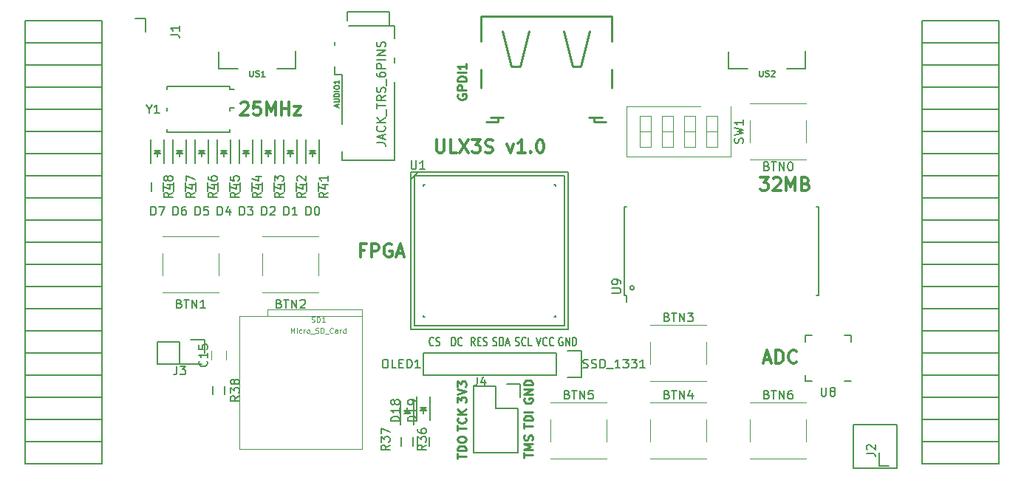
<source format=gto>
G04 #@! TF.FileFunction,Legend,Top*
%FSLAX46Y46*%
G04 Gerber Fmt 4.6, Leading zero omitted, Abs format (unit mm)*
G04 Created by KiCad (PCBNEW 4.0.7+dfsg1-1) date Wed Oct  4 18:53:59 2017*
%MOMM*%
%LPD*%
G01*
G04 APERTURE LIST*
%ADD10C,0.100000*%
%ADD11C,0.300000*%
%ADD12C,0.250000*%
%ADD13C,0.010160*%
%ADD14C,0.150000*%
%ADD15C,0.254000*%
%ADD16C,0.120000*%
%ADD17C,0.124460*%
%ADD18C,0.152400*%
G04 APERTURE END LIST*
D10*
D11*
X132442858Y-75076571D02*
X132442858Y-76290857D01*
X132514286Y-76433714D01*
X132585715Y-76505143D01*
X132728572Y-76576571D01*
X133014286Y-76576571D01*
X133157144Y-76505143D01*
X133228572Y-76433714D01*
X133300001Y-76290857D01*
X133300001Y-75076571D01*
X134728573Y-76576571D02*
X134014287Y-76576571D01*
X134014287Y-75076571D01*
X135085716Y-75076571D02*
X136085716Y-76576571D01*
X136085716Y-75076571D02*
X135085716Y-76576571D01*
X136514287Y-75076571D02*
X137442858Y-75076571D01*
X136942858Y-75648000D01*
X137157144Y-75648000D01*
X137300001Y-75719429D01*
X137371430Y-75790857D01*
X137442858Y-75933714D01*
X137442858Y-76290857D01*
X137371430Y-76433714D01*
X137300001Y-76505143D01*
X137157144Y-76576571D01*
X136728572Y-76576571D01*
X136585715Y-76505143D01*
X136514287Y-76433714D01*
X138014286Y-76505143D02*
X138228572Y-76576571D01*
X138585715Y-76576571D01*
X138728572Y-76505143D01*
X138800001Y-76433714D01*
X138871429Y-76290857D01*
X138871429Y-76148000D01*
X138800001Y-76005143D01*
X138728572Y-75933714D01*
X138585715Y-75862286D01*
X138300001Y-75790857D01*
X138157143Y-75719429D01*
X138085715Y-75648000D01*
X138014286Y-75505143D01*
X138014286Y-75362286D01*
X138085715Y-75219429D01*
X138157143Y-75148000D01*
X138300001Y-75076571D01*
X138657143Y-75076571D01*
X138871429Y-75148000D01*
X140514286Y-75576571D02*
X140871429Y-76576571D01*
X141228571Y-75576571D01*
X142585714Y-76576571D02*
X141728571Y-76576571D01*
X142157143Y-76576571D02*
X142157143Y-75076571D01*
X142014286Y-75290857D01*
X141871428Y-75433714D01*
X141728571Y-75505143D01*
X143228571Y-76433714D02*
X143299999Y-76505143D01*
X143228571Y-76576571D01*
X143157142Y-76505143D01*
X143228571Y-76433714D01*
X143228571Y-76576571D01*
X144228571Y-75076571D02*
X144371428Y-75076571D01*
X144514285Y-75148000D01*
X144585714Y-75219429D01*
X144657143Y-75362286D01*
X144728571Y-75648000D01*
X144728571Y-76005143D01*
X144657143Y-76290857D01*
X144585714Y-76433714D01*
X144514285Y-76505143D01*
X144371428Y-76576571D01*
X144228571Y-76576571D01*
X144085714Y-76505143D01*
X144014285Y-76433714D01*
X143942857Y-76290857D01*
X143871428Y-76005143D01*
X143871428Y-75648000D01*
X143942857Y-75362286D01*
X144014285Y-75219429D01*
X144085714Y-75148000D01*
X144228571Y-75076571D01*
X124175429Y-87728857D02*
X123675429Y-87728857D01*
X123675429Y-88514571D02*
X123675429Y-87014571D01*
X124389715Y-87014571D01*
X124961143Y-88514571D02*
X124961143Y-87014571D01*
X125532571Y-87014571D01*
X125675429Y-87086000D01*
X125746857Y-87157429D01*
X125818286Y-87300286D01*
X125818286Y-87514571D01*
X125746857Y-87657429D01*
X125675429Y-87728857D01*
X125532571Y-87800286D01*
X124961143Y-87800286D01*
X127246857Y-87086000D02*
X127104000Y-87014571D01*
X126889714Y-87014571D01*
X126675429Y-87086000D01*
X126532571Y-87228857D01*
X126461143Y-87371714D01*
X126389714Y-87657429D01*
X126389714Y-87871714D01*
X126461143Y-88157429D01*
X126532571Y-88300286D01*
X126675429Y-88443143D01*
X126889714Y-88514571D01*
X127032571Y-88514571D01*
X127246857Y-88443143D01*
X127318286Y-88371714D01*
X127318286Y-87871714D01*
X127032571Y-87871714D01*
X127889714Y-88086000D02*
X128604000Y-88086000D01*
X127746857Y-88514571D02*
X128246857Y-87014571D01*
X128746857Y-88514571D01*
X169510572Y-79394571D02*
X170439143Y-79394571D01*
X169939143Y-79966000D01*
X170153429Y-79966000D01*
X170296286Y-80037429D01*
X170367715Y-80108857D01*
X170439143Y-80251714D01*
X170439143Y-80608857D01*
X170367715Y-80751714D01*
X170296286Y-80823143D01*
X170153429Y-80894571D01*
X169724857Y-80894571D01*
X169582000Y-80823143D01*
X169510572Y-80751714D01*
X171010571Y-79537429D02*
X171082000Y-79466000D01*
X171224857Y-79394571D01*
X171582000Y-79394571D01*
X171724857Y-79466000D01*
X171796286Y-79537429D01*
X171867714Y-79680286D01*
X171867714Y-79823143D01*
X171796286Y-80037429D01*
X170939143Y-80894571D01*
X171867714Y-80894571D01*
X172510571Y-80894571D02*
X172510571Y-79394571D01*
X173010571Y-80466000D01*
X173510571Y-79394571D01*
X173510571Y-80894571D01*
X174724857Y-80108857D02*
X174939143Y-80180286D01*
X175010571Y-80251714D01*
X175082000Y-80394571D01*
X175082000Y-80608857D01*
X175010571Y-80751714D01*
X174939143Y-80823143D01*
X174796285Y-80894571D01*
X174224857Y-80894571D01*
X174224857Y-79394571D01*
X174724857Y-79394571D01*
X174867714Y-79466000D01*
X174939143Y-79537429D01*
X175010571Y-79680286D01*
X175010571Y-79823143D01*
X174939143Y-79966000D01*
X174867714Y-80037429D01*
X174724857Y-80108857D01*
X174224857Y-80108857D01*
X169966857Y-100278000D02*
X170681143Y-100278000D01*
X169824000Y-100706571D02*
X170324000Y-99206571D01*
X170824000Y-100706571D01*
X171324000Y-100706571D02*
X171324000Y-99206571D01*
X171681143Y-99206571D01*
X171895428Y-99278000D01*
X172038286Y-99420857D01*
X172109714Y-99563714D01*
X172181143Y-99849429D01*
X172181143Y-100063714D01*
X172109714Y-100349429D01*
X172038286Y-100492286D01*
X171895428Y-100635143D01*
X171681143Y-100706571D01*
X171324000Y-100706571D01*
X173681143Y-100563714D02*
X173609714Y-100635143D01*
X173395428Y-100706571D01*
X173252571Y-100706571D01*
X173038286Y-100635143D01*
X172895428Y-100492286D01*
X172824000Y-100349429D01*
X172752571Y-100063714D01*
X172752571Y-99849429D01*
X172824000Y-99563714D01*
X172895428Y-99420857D01*
X173038286Y-99278000D01*
X173252571Y-99206571D01*
X173395428Y-99206571D01*
X173609714Y-99278000D01*
X173681143Y-99349429D01*
X110011143Y-70901429D02*
X110082572Y-70830000D01*
X110225429Y-70758571D01*
X110582572Y-70758571D01*
X110725429Y-70830000D01*
X110796858Y-70901429D01*
X110868286Y-71044286D01*
X110868286Y-71187143D01*
X110796858Y-71401429D01*
X109939715Y-72258571D01*
X110868286Y-72258571D01*
X112225429Y-70758571D02*
X111511143Y-70758571D01*
X111439714Y-71472857D01*
X111511143Y-71401429D01*
X111654000Y-71330000D01*
X112011143Y-71330000D01*
X112154000Y-71401429D01*
X112225429Y-71472857D01*
X112296857Y-71615714D01*
X112296857Y-71972857D01*
X112225429Y-72115714D01*
X112154000Y-72187143D01*
X112011143Y-72258571D01*
X111654000Y-72258571D01*
X111511143Y-72187143D01*
X111439714Y-72115714D01*
X112939714Y-72258571D02*
X112939714Y-70758571D01*
X113439714Y-71830000D01*
X113939714Y-70758571D01*
X113939714Y-72258571D01*
X114654000Y-72258571D02*
X114654000Y-70758571D01*
X114654000Y-71472857D02*
X115511143Y-71472857D01*
X115511143Y-72258571D02*
X115511143Y-70758571D01*
X116082572Y-71258571D02*
X116868286Y-71258571D01*
X116082572Y-72258571D01*
X116868286Y-72258571D01*
D12*
X142447381Y-111521333D02*
X142447381Y-110949904D01*
X143447381Y-111235619D02*
X142447381Y-111235619D01*
X143447381Y-110616571D02*
X142447381Y-110616571D01*
X143161667Y-110283237D01*
X142447381Y-109949904D01*
X143447381Y-109949904D01*
X143399762Y-109521333D02*
X143447381Y-109378476D01*
X143447381Y-109140380D01*
X143399762Y-109045142D01*
X143352143Y-108997523D01*
X143256905Y-108949904D01*
X143161667Y-108949904D01*
X143066429Y-108997523D01*
X143018810Y-109045142D01*
X142971190Y-109140380D01*
X142923571Y-109330857D01*
X142875952Y-109426095D01*
X142828333Y-109473714D01*
X142733095Y-109521333D01*
X142637857Y-109521333D01*
X142542619Y-109473714D01*
X142495000Y-109426095D01*
X142447381Y-109330857D01*
X142447381Y-109092761D01*
X142495000Y-108949904D01*
X142447381Y-108163809D02*
X142447381Y-107592380D01*
X143447381Y-107878095D02*
X142447381Y-107878095D01*
X143447381Y-107259047D02*
X142447381Y-107259047D01*
X142447381Y-107020952D01*
X142495000Y-106878094D01*
X142590238Y-106782856D01*
X142685476Y-106735237D01*
X142875952Y-106687618D01*
X143018810Y-106687618D01*
X143209286Y-106735237D01*
X143304524Y-106782856D01*
X143399762Y-106878094D01*
X143447381Y-107020952D01*
X143447381Y-107259047D01*
X143447381Y-106259047D02*
X142447381Y-106259047D01*
X142495000Y-104726904D02*
X142447381Y-104822142D01*
X142447381Y-104964999D01*
X142495000Y-105107857D01*
X142590238Y-105203095D01*
X142685476Y-105250714D01*
X142875952Y-105298333D01*
X143018810Y-105298333D01*
X143209286Y-105250714D01*
X143304524Y-105203095D01*
X143399762Y-105107857D01*
X143447381Y-104964999D01*
X143447381Y-104869761D01*
X143399762Y-104726904D01*
X143352143Y-104679285D01*
X143018810Y-104679285D01*
X143018810Y-104869761D01*
X143447381Y-104250714D02*
X142447381Y-104250714D01*
X143447381Y-103679285D01*
X142447381Y-103679285D01*
X143447381Y-103203095D02*
X142447381Y-103203095D01*
X142447381Y-102965000D01*
X142495000Y-102822142D01*
X142590238Y-102726904D01*
X142685476Y-102679285D01*
X142875952Y-102631666D01*
X143018810Y-102631666D01*
X143209286Y-102679285D01*
X143304524Y-102726904D01*
X143399762Y-102822142D01*
X143447381Y-102965000D01*
X143447381Y-103203095D01*
X134827381Y-111624524D02*
X134827381Y-111053095D01*
X135827381Y-111338810D02*
X134827381Y-111338810D01*
X135827381Y-110719762D02*
X134827381Y-110719762D01*
X134827381Y-110481667D01*
X134875000Y-110338809D01*
X134970238Y-110243571D01*
X135065476Y-110195952D01*
X135255952Y-110148333D01*
X135398810Y-110148333D01*
X135589286Y-110195952D01*
X135684524Y-110243571D01*
X135779762Y-110338809D01*
X135827381Y-110481667D01*
X135827381Y-110719762D01*
X134827381Y-109529286D02*
X134827381Y-109338809D01*
X134875000Y-109243571D01*
X134970238Y-109148333D01*
X135160714Y-109100714D01*
X135494048Y-109100714D01*
X135684524Y-109148333D01*
X135779762Y-109243571D01*
X135827381Y-109338809D01*
X135827381Y-109529286D01*
X135779762Y-109624524D01*
X135684524Y-109719762D01*
X135494048Y-109767381D01*
X135160714Y-109767381D01*
X134970238Y-109719762D01*
X134875000Y-109624524D01*
X134827381Y-109529286D01*
X134827381Y-108425714D02*
X134827381Y-107854285D01*
X135827381Y-108140000D02*
X134827381Y-108140000D01*
X135732143Y-106949523D02*
X135779762Y-106997142D01*
X135827381Y-107139999D01*
X135827381Y-107235237D01*
X135779762Y-107378095D01*
X135684524Y-107473333D01*
X135589286Y-107520952D01*
X135398810Y-107568571D01*
X135255952Y-107568571D01*
X135065476Y-107520952D01*
X134970238Y-107473333D01*
X134875000Y-107378095D01*
X134827381Y-107235237D01*
X134827381Y-107139999D01*
X134875000Y-106997142D01*
X134922619Y-106949523D01*
X135827381Y-106520952D02*
X134827381Y-106520952D01*
X135827381Y-105949523D02*
X135255952Y-106378095D01*
X134827381Y-105949523D02*
X135398810Y-106520952D01*
X134827381Y-105203095D02*
X134827381Y-104584047D01*
X135208333Y-104917381D01*
X135208333Y-104774523D01*
X135255952Y-104679285D01*
X135303571Y-104631666D01*
X135398810Y-104584047D01*
X135636905Y-104584047D01*
X135732143Y-104631666D01*
X135779762Y-104679285D01*
X135827381Y-104774523D01*
X135827381Y-105060238D01*
X135779762Y-105155476D01*
X135732143Y-105203095D01*
X134827381Y-104298333D02*
X135827381Y-103965000D01*
X134827381Y-103631666D01*
X134827381Y-103393571D02*
X134827381Y-102774523D01*
X135208333Y-103107857D01*
X135208333Y-102964999D01*
X135255952Y-102869761D01*
X135303571Y-102822142D01*
X135398810Y-102774523D01*
X135636905Y-102774523D01*
X135732143Y-102822142D01*
X135779762Y-102869761D01*
X135827381Y-102964999D01*
X135827381Y-103250714D01*
X135779762Y-103345952D01*
X135732143Y-103393571D01*
D13*
X113070000Y-95320000D02*
X113070000Y-94520000D01*
X113070000Y-94520000D02*
X123870000Y-94520000D01*
X123870000Y-94520000D02*
X123870000Y-95320000D01*
X109870000Y-110520000D02*
X109870000Y-95320000D01*
X109870000Y-95320000D02*
X123870000Y-95320000D01*
X123870000Y-95320000D02*
X123870000Y-110520000D01*
X123870000Y-110520000D02*
X109870000Y-110520000D01*
D14*
X117480000Y-75060000D02*
X117480000Y-77760000D01*
X118980000Y-75060000D02*
X118980000Y-77760000D01*
X118080000Y-76560000D02*
X118330000Y-76560000D01*
X118330000Y-76560000D02*
X118180000Y-76410000D01*
X118580000Y-76310000D02*
X117880000Y-76310000D01*
X118230000Y-76660000D02*
X118230000Y-77010000D01*
X118230000Y-76310000D02*
X118580000Y-76660000D01*
X118580000Y-76660000D02*
X117880000Y-76660000D01*
X117880000Y-76660000D02*
X118230000Y-76310000D01*
X114940000Y-75060000D02*
X114940000Y-77760000D01*
X116440000Y-75060000D02*
X116440000Y-77760000D01*
X115540000Y-76560000D02*
X115790000Y-76560000D01*
X115790000Y-76560000D02*
X115640000Y-76410000D01*
X116040000Y-76310000D02*
X115340000Y-76310000D01*
X115690000Y-76660000D02*
X115690000Y-77010000D01*
X115690000Y-76310000D02*
X116040000Y-76660000D01*
X116040000Y-76660000D02*
X115340000Y-76660000D01*
X115340000Y-76660000D02*
X115690000Y-76310000D01*
X112400000Y-75060000D02*
X112400000Y-77760000D01*
X113900000Y-75060000D02*
X113900000Y-77760000D01*
X113000000Y-76560000D02*
X113250000Y-76560000D01*
X113250000Y-76560000D02*
X113100000Y-76410000D01*
X113500000Y-76310000D02*
X112800000Y-76310000D01*
X113150000Y-76660000D02*
X113150000Y-77010000D01*
X113150000Y-76310000D02*
X113500000Y-76660000D01*
X113500000Y-76660000D02*
X112800000Y-76660000D01*
X112800000Y-76660000D02*
X113150000Y-76310000D01*
X109860000Y-75060000D02*
X109860000Y-77760000D01*
X111360000Y-75060000D02*
X111360000Y-77760000D01*
X110460000Y-76560000D02*
X110710000Y-76560000D01*
X110710000Y-76560000D02*
X110560000Y-76410000D01*
X110960000Y-76310000D02*
X110260000Y-76310000D01*
X110610000Y-76660000D02*
X110610000Y-77010000D01*
X110610000Y-76310000D02*
X110960000Y-76660000D01*
X110960000Y-76660000D02*
X110260000Y-76660000D01*
X110260000Y-76660000D02*
X110610000Y-76310000D01*
X107320000Y-75060000D02*
X107320000Y-77760000D01*
X108820000Y-75060000D02*
X108820000Y-77760000D01*
X107920000Y-76560000D02*
X108170000Y-76560000D01*
X108170000Y-76560000D02*
X108020000Y-76410000D01*
X108420000Y-76310000D02*
X107720000Y-76310000D01*
X108070000Y-76660000D02*
X108070000Y-77010000D01*
X108070000Y-76310000D02*
X108420000Y-76660000D01*
X108420000Y-76660000D02*
X107720000Y-76660000D01*
X107720000Y-76660000D02*
X108070000Y-76310000D01*
X104780000Y-75060000D02*
X104780000Y-77760000D01*
X106280000Y-75060000D02*
X106280000Y-77760000D01*
X105380000Y-76560000D02*
X105630000Y-76560000D01*
X105630000Y-76560000D02*
X105480000Y-76410000D01*
X105880000Y-76310000D02*
X105180000Y-76310000D01*
X105530000Y-76660000D02*
X105530000Y-77010000D01*
X105530000Y-76310000D02*
X105880000Y-76660000D01*
X105880000Y-76660000D02*
X105180000Y-76660000D01*
X105180000Y-76660000D02*
X105530000Y-76310000D01*
X102240000Y-75060000D02*
X102240000Y-77760000D01*
X103740000Y-75060000D02*
X103740000Y-77760000D01*
X102840000Y-76560000D02*
X103090000Y-76560000D01*
X103090000Y-76560000D02*
X102940000Y-76410000D01*
X103340000Y-76310000D02*
X102640000Y-76310000D01*
X102990000Y-76660000D02*
X102990000Y-77010000D01*
X102990000Y-76310000D02*
X103340000Y-76660000D01*
X103340000Y-76660000D02*
X102640000Y-76660000D01*
X102640000Y-76660000D02*
X102990000Y-76310000D01*
X99700000Y-75060000D02*
X99700000Y-77760000D01*
X101200000Y-75060000D02*
X101200000Y-77760000D01*
X100300000Y-76560000D02*
X100550000Y-76560000D01*
X100550000Y-76560000D02*
X100400000Y-76410000D01*
X100800000Y-76310000D02*
X100100000Y-76310000D01*
X100450000Y-76660000D02*
X100450000Y-77010000D01*
X100450000Y-76310000D02*
X100800000Y-76660000D01*
X100800000Y-76660000D02*
X100100000Y-76660000D01*
X100100000Y-76660000D02*
X100450000Y-76310000D01*
X176180000Y-92880000D02*
X175980000Y-92880000D01*
X176180000Y-82720000D02*
X175980000Y-82720000D01*
X155080000Y-92050000D02*
G75*
G03X155080000Y-92050000I-250000J0D01*
G01*
X154180000Y-92880000D02*
X154180000Y-93700000D01*
X153980000Y-92880000D02*
X154180000Y-92880000D01*
X153980000Y-82720000D02*
X154180000Y-82720000D01*
X176190000Y-82720000D02*
X176190000Y-92880000D01*
X153970000Y-92880000D02*
X153970000Y-82720000D01*
X85270000Y-112220000D02*
X94100000Y-112220000D01*
X85270000Y-109680000D02*
X85270000Y-112220000D01*
X94100000Y-109680000D02*
X94100000Y-112220000D01*
X94100000Y-112220000D02*
X85270000Y-112220000D01*
X94100000Y-109680000D02*
X85270000Y-109680000D01*
X94100000Y-107140000D02*
X94100000Y-109680000D01*
X85270000Y-107140000D02*
X85270000Y-109680000D01*
X85270000Y-109680000D02*
X94100000Y-109680000D01*
X85270000Y-91900000D02*
X94100000Y-91900000D01*
X85270000Y-89360000D02*
X85270000Y-91900000D01*
X94100000Y-89360000D02*
X94100000Y-91900000D01*
X94100000Y-91900000D02*
X85270000Y-91900000D01*
X94100000Y-94440000D02*
X85270000Y-94440000D01*
X94100000Y-91900000D02*
X94100000Y-94440000D01*
X85270000Y-91900000D02*
X85270000Y-94440000D01*
X85270000Y-94440000D02*
X94100000Y-94440000D01*
X85270000Y-107140000D02*
X94100000Y-107140000D01*
X85270000Y-104600000D02*
X85270000Y-107140000D01*
X94100000Y-104600000D02*
X94100000Y-107140000D01*
X94100000Y-107140000D02*
X85270000Y-107140000D01*
X94100000Y-104600000D02*
X85270000Y-104600000D01*
X94100000Y-102060000D02*
X94100000Y-104600000D01*
X85270000Y-102060000D02*
X85270000Y-104600000D01*
X85270000Y-104600000D02*
X94100000Y-104600000D01*
X85270000Y-102060000D02*
X94100000Y-102060000D01*
X85270000Y-99520000D02*
X85270000Y-102060000D01*
X94100000Y-99520000D02*
X94100000Y-102060000D01*
X94100000Y-102060000D02*
X85270000Y-102060000D01*
X94100000Y-99520000D02*
X85270000Y-99520000D01*
X94100000Y-96980000D02*
X94100000Y-99520000D01*
X85270000Y-96980000D02*
X85270000Y-99520000D01*
X85270000Y-99520000D02*
X94100000Y-99520000D01*
X85270000Y-96980000D02*
X94100000Y-96980000D01*
X85270000Y-94440000D02*
X85270000Y-96980000D01*
X94100000Y-94440000D02*
X94100000Y-96980000D01*
X94100000Y-96980000D02*
X85270000Y-96980000D01*
X94100000Y-79200000D02*
X85270000Y-79200000D01*
X94100000Y-76660000D02*
X94100000Y-79200000D01*
X85270000Y-76660000D02*
X85270000Y-79200000D01*
X85270000Y-79200000D02*
X94100000Y-79200000D01*
X85270000Y-81740000D02*
X94100000Y-81740000D01*
X85270000Y-79200000D02*
X85270000Y-81740000D01*
X94100000Y-79200000D02*
X94100000Y-81740000D01*
X94100000Y-81740000D02*
X85270000Y-81740000D01*
X94100000Y-84280000D02*
X85270000Y-84280000D01*
X94100000Y-81740000D02*
X94100000Y-84280000D01*
X85270000Y-81740000D02*
X85270000Y-84280000D01*
X85270000Y-84280000D02*
X94100000Y-84280000D01*
X85270000Y-86820000D02*
X94100000Y-86820000D01*
X85270000Y-84280000D02*
X85270000Y-86820000D01*
X94100000Y-84280000D02*
X94100000Y-86820000D01*
X94100000Y-86820000D02*
X85270000Y-86820000D01*
X94100000Y-89360000D02*
X85270000Y-89360000D01*
X94100000Y-86820000D02*
X94100000Y-89360000D01*
X85270000Y-86820000D02*
X85270000Y-89360000D01*
X85270000Y-89360000D02*
X94100000Y-89360000D01*
X85270000Y-76660000D02*
X94100000Y-76660000D01*
X85270000Y-74120000D02*
X85270000Y-76660000D01*
X94100000Y-74120000D02*
X94100000Y-76660000D01*
X94100000Y-76660000D02*
X85270000Y-76660000D01*
X94100000Y-74120000D02*
X85270000Y-74120000D01*
X94100000Y-71580000D02*
X94100000Y-74120000D01*
X85270000Y-71580000D02*
X85270000Y-74120000D01*
X85270000Y-74120000D02*
X94100000Y-74120000D01*
X85270000Y-71580000D02*
X94100000Y-71580000D01*
X85270000Y-69040000D02*
X85270000Y-71580000D01*
X94100000Y-69040000D02*
X94100000Y-71580000D01*
X94100000Y-71580000D02*
X85270000Y-71580000D01*
X94100000Y-69040000D02*
X85270000Y-69040000D01*
X94100000Y-66500000D02*
X94100000Y-69040000D01*
X85270000Y-66500000D02*
X85270000Y-69040000D01*
X85270000Y-69040000D02*
X94100000Y-69040000D01*
X85270000Y-66500000D02*
X94100000Y-66500000D01*
X85270000Y-63960000D02*
X85270000Y-66500000D01*
X94100000Y-63960000D02*
X94100000Y-66500000D01*
X94100000Y-66500000D02*
X85270000Y-66500000D01*
X94100000Y-63960000D02*
X85270000Y-63960000D01*
X94100000Y-61420000D02*
X94100000Y-63960000D01*
X99060000Y-62690000D02*
X99060000Y-61140000D01*
X99060000Y-61140000D02*
X97910000Y-61140000D01*
X94100000Y-61420000D02*
X85270000Y-61420000D01*
X85270000Y-61420000D02*
X85270000Y-63960000D01*
X85270000Y-63960000D02*
X94100000Y-63960000D01*
X196910000Y-61420000D02*
X188080000Y-61420000D01*
X196910000Y-63960000D02*
X196910000Y-61420000D01*
X188080000Y-63960000D02*
X188080000Y-61420000D01*
X188080000Y-61420000D02*
X196910000Y-61420000D01*
X188080000Y-63960000D02*
X196910000Y-63960000D01*
X188080000Y-66500000D02*
X188080000Y-63960000D01*
X196910000Y-66500000D02*
X196910000Y-63960000D01*
X196910000Y-63960000D02*
X188080000Y-63960000D01*
X196910000Y-81740000D02*
X188080000Y-81740000D01*
X196910000Y-84280000D02*
X196910000Y-81740000D01*
X188080000Y-84280000D02*
X188080000Y-81740000D01*
X188080000Y-81740000D02*
X196910000Y-81740000D01*
X188080000Y-79200000D02*
X196910000Y-79200000D01*
X188080000Y-81740000D02*
X188080000Y-79200000D01*
X196910000Y-81740000D02*
X196910000Y-79200000D01*
X196910000Y-79200000D02*
X188080000Y-79200000D01*
X196910000Y-66500000D02*
X188080000Y-66500000D01*
X196910000Y-69040000D02*
X196910000Y-66500000D01*
X188080000Y-69040000D02*
X188080000Y-66500000D01*
X188080000Y-66500000D02*
X196910000Y-66500000D01*
X188080000Y-69040000D02*
X196910000Y-69040000D01*
X188080000Y-71580000D02*
X188080000Y-69040000D01*
X196910000Y-71580000D02*
X196910000Y-69040000D01*
X196910000Y-69040000D02*
X188080000Y-69040000D01*
X196910000Y-71580000D02*
X188080000Y-71580000D01*
X196910000Y-74120000D02*
X196910000Y-71580000D01*
X188080000Y-74120000D02*
X188080000Y-71580000D01*
X188080000Y-71580000D02*
X196910000Y-71580000D01*
X188080000Y-74120000D02*
X196910000Y-74120000D01*
X188080000Y-76660000D02*
X188080000Y-74120000D01*
X196910000Y-76660000D02*
X196910000Y-74120000D01*
X196910000Y-74120000D02*
X188080000Y-74120000D01*
X196910000Y-76660000D02*
X188080000Y-76660000D01*
X196910000Y-79200000D02*
X196910000Y-76660000D01*
X188080000Y-79200000D02*
X188080000Y-76660000D01*
X188080000Y-76660000D02*
X196910000Y-76660000D01*
X188080000Y-94440000D02*
X196910000Y-94440000D01*
X188080000Y-96980000D02*
X188080000Y-94440000D01*
X196910000Y-96980000D02*
X196910000Y-94440000D01*
X196910000Y-94440000D02*
X188080000Y-94440000D01*
X196910000Y-91900000D02*
X188080000Y-91900000D01*
X196910000Y-94440000D02*
X196910000Y-91900000D01*
X188080000Y-94440000D02*
X188080000Y-91900000D01*
X188080000Y-91900000D02*
X196910000Y-91900000D01*
X188080000Y-89360000D02*
X196910000Y-89360000D01*
X188080000Y-91900000D02*
X188080000Y-89360000D01*
X196910000Y-91900000D02*
X196910000Y-89360000D01*
X196910000Y-89360000D02*
X188080000Y-89360000D01*
X196910000Y-86820000D02*
X188080000Y-86820000D01*
X196910000Y-89360000D02*
X196910000Y-86820000D01*
X188080000Y-89360000D02*
X188080000Y-86820000D01*
X188080000Y-86820000D02*
X196910000Y-86820000D01*
X188080000Y-84280000D02*
X196910000Y-84280000D01*
X188080000Y-86820000D02*
X188080000Y-84280000D01*
X196910000Y-86820000D02*
X196910000Y-84280000D01*
X196910000Y-84280000D02*
X188080000Y-84280000D01*
X196910000Y-96980000D02*
X188080000Y-96980000D01*
X196910000Y-99520000D02*
X196910000Y-96980000D01*
X188080000Y-99520000D02*
X188080000Y-96980000D01*
X188080000Y-96980000D02*
X196910000Y-96980000D01*
X188080000Y-99520000D02*
X196910000Y-99520000D01*
X188080000Y-102060000D02*
X188080000Y-99520000D01*
X196910000Y-102060000D02*
X196910000Y-99520000D01*
X196910000Y-99520000D02*
X188080000Y-99520000D01*
X196910000Y-102060000D02*
X188080000Y-102060000D01*
X196910000Y-104600000D02*
X196910000Y-102060000D01*
X188080000Y-104600000D02*
X188080000Y-102060000D01*
X188080000Y-102060000D02*
X196910000Y-102060000D01*
X188080000Y-104600000D02*
X196910000Y-104600000D01*
X188080000Y-107140000D02*
X188080000Y-104600000D01*
X196910000Y-107140000D02*
X196910000Y-104600000D01*
X196910000Y-104600000D02*
X188080000Y-104600000D01*
X196910000Y-107140000D02*
X188080000Y-107140000D01*
X196910000Y-109680000D02*
X196910000Y-107140000D01*
X188080000Y-109680000D02*
X188080000Y-107140000D01*
X188080000Y-107140000D02*
X196910000Y-107140000D01*
X188080000Y-109680000D02*
X196910000Y-109680000D01*
X188080000Y-112220000D02*
X188080000Y-109680000D01*
X183120000Y-110950000D02*
X183120000Y-112500000D01*
X183120000Y-112500000D02*
X184270000Y-112500000D01*
X188080000Y-112220000D02*
X196910000Y-112220000D01*
X196910000Y-112220000D02*
X196910000Y-109680000D01*
X196910000Y-109680000D02*
X188080000Y-109680000D01*
X108724000Y-69280000D02*
X109274000Y-69280000D01*
X101524000Y-68980000D02*
X101524000Y-69280000D01*
X101524000Y-74180000D02*
X101524000Y-73880000D01*
X108724000Y-74180000D02*
X108724000Y-73880000D01*
X108724000Y-68980000D02*
X108724000Y-69280000D01*
X108724000Y-68980000D02*
X101524000Y-68980000D01*
X108724000Y-71380000D02*
X109274000Y-71380000D01*
X108724000Y-74180000D02*
X101524000Y-74180000D01*
X101524000Y-71380000D02*
X101524000Y-71780000D01*
X108724000Y-71380000D02*
X108724000Y-71780000D01*
X105810000Y-99520000D02*
X105810000Y-97970000D01*
X102990000Y-100790000D02*
X105530000Y-100790000D01*
X105810000Y-97970000D02*
X104260000Y-97970000D01*
X100450000Y-100790000D02*
X102990000Y-100790000D01*
X102990000Y-100790000D02*
X102990000Y-98250000D01*
X102990000Y-98250000D02*
X100450000Y-98250000D01*
X100450000Y-98250000D02*
X100450000Y-100790000D01*
X129775000Y-107724000D02*
X129775000Y-105024000D01*
X128275000Y-107724000D02*
X128275000Y-105024000D01*
X129175000Y-106224000D02*
X128925000Y-106224000D01*
X128925000Y-106224000D02*
X129075000Y-106374000D01*
X128675000Y-106474000D02*
X129375000Y-106474000D01*
X129025000Y-106124000D02*
X129025000Y-105774000D01*
X129025000Y-106474000D02*
X128675000Y-106124000D01*
X128675000Y-106124000D02*
X129375000Y-106124000D01*
X129375000Y-106124000D02*
X129025000Y-106474000D01*
X130180000Y-104524000D02*
X130180000Y-107224000D01*
X131680000Y-104524000D02*
X131680000Y-107224000D01*
X130780000Y-106024000D02*
X131030000Y-106024000D01*
X131030000Y-106024000D02*
X130880000Y-105874000D01*
X131280000Y-105774000D02*
X130580000Y-105774000D01*
X130930000Y-106124000D02*
X130930000Y-106474000D01*
X130930000Y-105774000D02*
X131280000Y-106124000D01*
X131280000Y-106124000D02*
X130580000Y-106124000D01*
X130580000Y-106124000D02*
X130930000Y-105774000D01*
X128350000Y-110180000D02*
X128350000Y-109180000D01*
X129700000Y-109180000D02*
X129700000Y-110180000D01*
X131605000Y-109180000D02*
X131605000Y-110180000D01*
X130255000Y-110180000D02*
X130255000Y-109180000D01*
X106805000Y-104300000D02*
X106805000Y-103300000D01*
X108155000Y-103300000D02*
X108155000Y-104300000D01*
X116280000Y-64925000D02*
X116280000Y-66925000D01*
X116280000Y-66925000D02*
X114130000Y-66925000D01*
X109630000Y-66925000D02*
X107480000Y-66925000D01*
X107480000Y-66925000D02*
X107480000Y-64975000D01*
X174700000Y-64925000D02*
X174700000Y-66925000D01*
X174700000Y-66925000D02*
X172550000Y-66925000D01*
X168050000Y-66925000D02*
X165900000Y-66925000D01*
X165900000Y-66925000D02*
X165900000Y-64975000D01*
X141725000Y-110950000D02*
X141725000Y-105870000D01*
X142005000Y-103050000D02*
X142005000Y-104600000D01*
X139185000Y-103330000D02*
X139185000Y-105870000D01*
X139185000Y-105870000D02*
X141725000Y-105870000D01*
X141725000Y-110950000D02*
X136645000Y-110950000D01*
X136645000Y-110950000D02*
X136645000Y-105870000D01*
X142005000Y-103050000D02*
X140455000Y-103050000D01*
X136645000Y-103330000D02*
X139185000Y-103330000D01*
X136645000Y-105870000D02*
X136645000Y-103330000D01*
X118905000Y-79970000D02*
X118905000Y-80970000D01*
X117555000Y-80970000D02*
X117555000Y-79970000D01*
X116365000Y-79970000D02*
X116365000Y-80970000D01*
X115015000Y-80970000D02*
X115015000Y-79970000D01*
X113825000Y-79970000D02*
X113825000Y-80970000D01*
X112475000Y-80970000D02*
X112475000Y-79970000D01*
X111285000Y-79970000D02*
X111285000Y-80970000D01*
X109935000Y-80970000D02*
X109935000Y-79970000D01*
X108745000Y-79970000D02*
X108745000Y-80970000D01*
X107395000Y-80970000D02*
X107395000Y-79970000D01*
X106205000Y-79970000D02*
X106205000Y-80970000D01*
X104855000Y-80970000D02*
X104855000Y-79970000D01*
X103665000Y-79970000D02*
X103665000Y-80970000D01*
X102315000Y-80970000D02*
X102315000Y-79970000D01*
X101125000Y-79970000D02*
X101125000Y-80970000D01*
X99775000Y-80970000D02*
X99775000Y-79970000D01*
X174660000Y-102780000D02*
X174660000Y-102030000D01*
X179910000Y-97530000D02*
X179910000Y-98280000D01*
X174660000Y-97530000D02*
X174660000Y-98280000D01*
X179910000Y-102780000D02*
X179160000Y-102780000D01*
X179910000Y-97530000D02*
X179160000Y-97530000D01*
X174660000Y-97530000D02*
X175410000Y-97530000D01*
X174660000Y-102780000D02*
X175410000Y-102780000D01*
X180180640Y-107700640D02*
X185179360Y-107700640D01*
X185179360Y-107700640D02*
X185179360Y-112699360D01*
X185179360Y-112699360D02*
X180180640Y-112699360D01*
X180180640Y-112699360D02*
X180180640Y-107700640D01*
X146170000Y-99520000D02*
X130930000Y-99520000D01*
X130930000Y-99520000D02*
X130930000Y-102060000D01*
X130930000Y-102060000D02*
X146170000Y-102060000D01*
X148990000Y-99240000D02*
X147440000Y-99240000D01*
X146170000Y-99520000D02*
X146170000Y-102060000D01*
X147440000Y-102340000D02*
X148990000Y-102340000D01*
X148990000Y-102340000D02*
X148990000Y-99240000D01*
X122180000Y-60440000D02*
X122180000Y-61440000D01*
X126980000Y-60440000D02*
X122180000Y-60440000D01*
X126980000Y-62040000D02*
X126980000Y-60440000D01*
X127580000Y-62040000D02*
X122380000Y-62040000D01*
X120780000Y-64240000D02*
X120780000Y-63840000D01*
X120780000Y-67640000D02*
X120780000Y-66640000D01*
X121580000Y-67640000D02*
X120780000Y-67640000D01*
X121580000Y-73240000D02*
X121580000Y-67640000D01*
X121580000Y-77440000D02*
X121580000Y-76440000D01*
X127580000Y-77440000D02*
X121580000Y-77440000D01*
X127580000Y-68440000D02*
X127580000Y-77440000D01*
X127580000Y-65640000D02*
X127580000Y-66240000D01*
X127580000Y-62040000D02*
X127580000Y-63440000D01*
D15*
X151378260Y-72548160D02*
X150479100Y-72548160D01*
X150479100Y-72548160D02*
X149879660Y-72548160D01*
X140080340Y-72548160D02*
X139480900Y-72548160D01*
X139480900Y-72548160D02*
X138581740Y-72548160D01*
X137481920Y-69149640D02*
X137481920Y-66998260D01*
X137481920Y-63800400D02*
X137481920Y-60892100D01*
X137481920Y-60892100D02*
X152478080Y-60892100D01*
X152478080Y-60892100D02*
X152478080Y-63800400D01*
X152478080Y-66998260D02*
X152478080Y-69149640D01*
X138106760Y-73048540D02*
X139480900Y-73048540D01*
X139480900Y-73048540D02*
X139480900Y-72548160D01*
X150479100Y-72548160D02*
X150479100Y-73048540D01*
X150479100Y-73048540D02*
X151865940Y-73048540D01*
X142981020Y-62632000D02*
X141980260Y-66632500D01*
X141980260Y-66632500D02*
X140982040Y-66632500D01*
X140982040Y-66632500D02*
X139981280Y-62632000D01*
X146978980Y-62632000D02*
X147979740Y-66632500D01*
X147979740Y-66632500D02*
X148977960Y-66632500D01*
X148977960Y-66632500D02*
X149978720Y-62632000D01*
D16*
X168340000Y-77350000D02*
X168340000Y-77320000D01*
X168340000Y-70890000D02*
X168340000Y-70920000D01*
X174800000Y-70890000D02*
X174800000Y-70920000D01*
X174800000Y-77320000D02*
X174800000Y-77350000D01*
X168340000Y-75420000D02*
X168340000Y-72820000D01*
X174800000Y-77350000D02*
X168340000Y-77350000D01*
X174800000Y-75420000D02*
X174800000Y-72820000D01*
X174800000Y-70890000D02*
X168340000Y-70890000D01*
X107490000Y-86130000D02*
X107490000Y-86160000D01*
X107490000Y-92590000D02*
X107490000Y-92560000D01*
X101030000Y-92590000D02*
X101030000Y-92560000D01*
X101030000Y-86160000D02*
X101030000Y-86130000D01*
X107490000Y-88060000D02*
X107490000Y-90660000D01*
X101030000Y-86130000D02*
X107490000Y-86130000D01*
X101030000Y-88060000D02*
X101030000Y-90660000D01*
X101030000Y-92590000D02*
X107490000Y-92590000D01*
X118920000Y-86130000D02*
X118920000Y-86160000D01*
X118920000Y-92590000D02*
X118920000Y-92560000D01*
X112460000Y-92590000D02*
X112460000Y-92560000D01*
X112460000Y-86160000D02*
X112460000Y-86130000D01*
X118920000Y-88060000D02*
X118920000Y-90660000D01*
X112460000Y-86130000D02*
X118920000Y-86130000D01*
X112460000Y-88060000D02*
X112460000Y-90660000D01*
X112460000Y-92590000D02*
X118920000Y-92590000D01*
X163370000Y-96290000D02*
X163370000Y-96320000D01*
X163370000Y-102750000D02*
X163370000Y-102720000D01*
X156910000Y-102750000D02*
X156910000Y-102720000D01*
X156910000Y-96320000D02*
X156910000Y-96290000D01*
X163370000Y-98220000D02*
X163370000Y-100820000D01*
X156910000Y-96290000D02*
X163370000Y-96290000D01*
X156910000Y-98220000D02*
X156910000Y-100820000D01*
X156910000Y-102750000D02*
X163370000Y-102750000D01*
X156910000Y-111640000D02*
X156910000Y-111610000D01*
X156910000Y-105180000D02*
X156910000Y-105210000D01*
X163370000Y-105180000D02*
X163370000Y-105210000D01*
X163370000Y-111610000D02*
X163370000Y-111640000D01*
X156910000Y-109710000D02*
X156910000Y-107110000D01*
X163370000Y-111640000D02*
X156910000Y-111640000D01*
X163370000Y-109710000D02*
X163370000Y-107110000D01*
X163370000Y-105180000D02*
X156910000Y-105180000D01*
X145480000Y-111640000D02*
X145480000Y-111610000D01*
X145480000Y-105180000D02*
X145480000Y-105210000D01*
X151940000Y-105180000D02*
X151940000Y-105210000D01*
X151940000Y-111610000D02*
X151940000Y-111640000D01*
X145480000Y-109710000D02*
X145480000Y-107110000D01*
X151940000Y-111640000D02*
X145480000Y-111640000D01*
X151940000Y-109710000D02*
X151940000Y-107110000D01*
X151940000Y-105180000D02*
X145480000Y-105180000D01*
X168340000Y-111640000D02*
X168340000Y-111610000D01*
X168340000Y-105180000D02*
X168340000Y-105210000D01*
X174800000Y-105180000D02*
X174800000Y-105210000D01*
X174800000Y-111610000D02*
X174800000Y-111640000D01*
X168340000Y-109710000D02*
X168340000Y-107110000D01*
X174800000Y-111640000D02*
X168340000Y-111640000D01*
X174800000Y-109710000D02*
X174800000Y-107110000D01*
X174800000Y-105180000D02*
X168340000Y-105180000D01*
X166120000Y-71275000D02*
X166120000Y-76965000D01*
X166120000Y-76965000D02*
X154160000Y-76965000D01*
X154160000Y-76965000D02*
X154160000Y-71275000D01*
X154160000Y-71275000D02*
X162680000Y-71275000D01*
X164585000Y-72310000D02*
X163315000Y-72310000D01*
X163315000Y-72310000D02*
X163315000Y-75930000D01*
X163315000Y-75930000D02*
X164585000Y-75930000D01*
X164585000Y-75930000D02*
X164585000Y-72310000D01*
X164585000Y-74120000D02*
X163315000Y-74120000D01*
X162045000Y-72310000D02*
X160775000Y-72310000D01*
X160775000Y-72310000D02*
X160775000Y-75930000D01*
X160775000Y-75930000D02*
X162045000Y-75930000D01*
X162045000Y-75930000D02*
X162045000Y-72310000D01*
X162045000Y-74120000D02*
X160775000Y-74120000D01*
X159505000Y-72310000D02*
X158235000Y-72310000D01*
X158235000Y-72310000D02*
X158235000Y-75930000D01*
X158235000Y-75930000D02*
X159505000Y-75930000D01*
X159505000Y-75930000D02*
X159505000Y-72310000D01*
X159505000Y-74120000D02*
X158235000Y-74120000D01*
X156965000Y-72310000D02*
X155695000Y-72310000D01*
X155695000Y-72310000D02*
X155695000Y-75930000D01*
X155695000Y-75930000D02*
X156965000Y-75930000D01*
X156965000Y-75930000D02*
X156965000Y-72310000D01*
X156965000Y-74120000D02*
X155695000Y-74120000D01*
X106630000Y-99300000D02*
X106630000Y-100300000D01*
X108330000Y-100300000D02*
X108330000Y-99300000D01*
D14*
X130880000Y-80200000D02*
X131080000Y-80200000D01*
X130880000Y-80400000D02*
X130880000Y-80200000D01*
X146080000Y-80200000D02*
X146080000Y-80400000D01*
X145880000Y-80200000D02*
X146080000Y-80200000D01*
X146080000Y-95400000D02*
X146080000Y-95200000D01*
X145880000Y-95400000D02*
X146080000Y-95400000D01*
X130880000Y-95400000D02*
X131080000Y-95400000D01*
X130880000Y-95200000D02*
X130880000Y-95400000D01*
X130280000Y-78800000D02*
X129480000Y-79600000D01*
X129480000Y-96800000D02*
X129480000Y-78800000D01*
X147480000Y-96800000D02*
X129480000Y-96800000D01*
X147480000Y-78800000D02*
X147480000Y-96800000D01*
X129480000Y-78800000D02*
X147480000Y-78800000D01*
X129880000Y-96400000D02*
X129880000Y-79200000D01*
X147080000Y-96400000D02*
X129880000Y-96400000D01*
X147080000Y-79200000D02*
X147080000Y-96400000D01*
X129880000Y-79200000D02*
X147080000Y-79200000D01*
D17*
X118108564Y-95952630D02*
X118194198Y-95981175D01*
X118336922Y-95981175D01*
X118394012Y-95952630D01*
X118422556Y-95924086D01*
X118451101Y-95866996D01*
X118451101Y-95809907D01*
X118422556Y-95752817D01*
X118394012Y-95724272D01*
X118336922Y-95695728D01*
X118222743Y-95667183D01*
X118165654Y-95638638D01*
X118137109Y-95610093D01*
X118108564Y-95553004D01*
X118108564Y-95495914D01*
X118137109Y-95438825D01*
X118165654Y-95410280D01*
X118222743Y-95381735D01*
X118365467Y-95381735D01*
X118451101Y-95410280D01*
X118708004Y-95981175D02*
X118708004Y-95381735D01*
X118850728Y-95381735D01*
X118936362Y-95410280D01*
X118993451Y-95467370D01*
X119021996Y-95524459D01*
X119050541Y-95638638D01*
X119050541Y-95724272D01*
X119021996Y-95838451D01*
X118993451Y-95895541D01*
X118936362Y-95952630D01*
X118850728Y-95981175D01*
X118708004Y-95981175D01*
X119621436Y-95981175D02*
X119278899Y-95981175D01*
X119450168Y-95981175D02*
X119450168Y-95381735D01*
X119393078Y-95467370D01*
X119335989Y-95524459D01*
X119278899Y-95553004D01*
X115739350Y-97251175D02*
X115739350Y-96651735D01*
X115939163Y-97079907D01*
X116138976Y-96651735D01*
X116138976Y-97251175D01*
X116424424Y-97251175D02*
X116424424Y-96851549D01*
X116424424Y-96651735D02*
X116395879Y-96680280D01*
X116424424Y-96708825D01*
X116452969Y-96680280D01*
X116424424Y-96651735D01*
X116424424Y-96708825D01*
X116966775Y-97222630D02*
X116909685Y-97251175D01*
X116795506Y-97251175D01*
X116738417Y-97222630D01*
X116709872Y-97194086D01*
X116681327Y-97136996D01*
X116681327Y-96965728D01*
X116709872Y-96908638D01*
X116738417Y-96880093D01*
X116795506Y-96851549D01*
X116909685Y-96851549D01*
X116966775Y-96880093D01*
X117223678Y-97251175D02*
X117223678Y-96851549D01*
X117223678Y-96965728D02*
X117252223Y-96908638D01*
X117280767Y-96880093D01*
X117337857Y-96851549D01*
X117394946Y-96851549D01*
X117680394Y-97251175D02*
X117623305Y-97222630D01*
X117594760Y-97194086D01*
X117566215Y-97136996D01*
X117566215Y-96965728D01*
X117594760Y-96908638D01*
X117623305Y-96880093D01*
X117680394Y-96851549D01*
X117766028Y-96851549D01*
X117823118Y-96880093D01*
X117851663Y-96908638D01*
X117880207Y-96965728D01*
X117880207Y-97136996D01*
X117851663Y-97194086D01*
X117823118Y-97222630D01*
X117766028Y-97251175D01*
X117680394Y-97251175D01*
X117994386Y-97308265D02*
X118451102Y-97308265D01*
X118565281Y-97222630D02*
X118650915Y-97251175D01*
X118793639Y-97251175D01*
X118850729Y-97222630D01*
X118879273Y-97194086D01*
X118907818Y-97136996D01*
X118907818Y-97079907D01*
X118879273Y-97022817D01*
X118850729Y-96994272D01*
X118793639Y-96965728D01*
X118679460Y-96937183D01*
X118622371Y-96908638D01*
X118593826Y-96880093D01*
X118565281Y-96823004D01*
X118565281Y-96765914D01*
X118593826Y-96708825D01*
X118622371Y-96680280D01*
X118679460Y-96651735D01*
X118822184Y-96651735D01*
X118907818Y-96680280D01*
X119164721Y-97251175D02*
X119164721Y-96651735D01*
X119307445Y-96651735D01*
X119393079Y-96680280D01*
X119450168Y-96737370D01*
X119478713Y-96794459D01*
X119507258Y-96908638D01*
X119507258Y-96994272D01*
X119478713Y-97108451D01*
X119450168Y-97165541D01*
X119393079Y-97222630D01*
X119307445Y-97251175D01*
X119164721Y-97251175D01*
X119621437Y-97308265D02*
X120078153Y-97308265D01*
X120563414Y-97194086D02*
X120534869Y-97222630D01*
X120449235Y-97251175D01*
X120392145Y-97251175D01*
X120306511Y-97222630D01*
X120249422Y-97165541D01*
X120220877Y-97108451D01*
X120192332Y-96994272D01*
X120192332Y-96908638D01*
X120220877Y-96794459D01*
X120249422Y-96737370D01*
X120306511Y-96680280D01*
X120392145Y-96651735D01*
X120449235Y-96651735D01*
X120534869Y-96680280D01*
X120563414Y-96708825D01*
X121077220Y-97251175D02*
X121077220Y-96937183D01*
X121048675Y-96880093D01*
X120991585Y-96851549D01*
X120877406Y-96851549D01*
X120820317Y-96880093D01*
X121077220Y-97222630D02*
X121020130Y-97251175D01*
X120877406Y-97251175D01*
X120820317Y-97222630D01*
X120791772Y-97165541D01*
X120791772Y-97108451D01*
X120820317Y-97051362D01*
X120877406Y-97022817D01*
X121020130Y-97022817D01*
X121077220Y-96994272D01*
X121362667Y-97251175D02*
X121362667Y-96851549D01*
X121362667Y-96965728D02*
X121391212Y-96908638D01*
X121419756Y-96880093D01*
X121476846Y-96851549D01*
X121533935Y-96851549D01*
X121990652Y-97251175D02*
X121990652Y-96651735D01*
X121990652Y-97222630D02*
X121933562Y-97251175D01*
X121819383Y-97251175D01*
X121762294Y-97222630D01*
X121733749Y-97194086D01*
X121705204Y-97136996D01*
X121705204Y-96965728D01*
X121733749Y-96908638D01*
X121762294Y-96880093D01*
X121819383Y-96851549D01*
X121933562Y-96851549D01*
X121990652Y-96880093D01*
D14*
X117491905Y-83716381D02*
X117491905Y-82716381D01*
X117730000Y-82716381D01*
X117872858Y-82764000D01*
X117968096Y-82859238D01*
X118015715Y-82954476D01*
X118063334Y-83144952D01*
X118063334Y-83287810D01*
X118015715Y-83478286D01*
X117968096Y-83573524D01*
X117872858Y-83668762D01*
X117730000Y-83716381D01*
X117491905Y-83716381D01*
X118682381Y-82716381D02*
X118777620Y-82716381D01*
X118872858Y-82764000D01*
X118920477Y-82811619D01*
X118968096Y-82906857D01*
X119015715Y-83097333D01*
X119015715Y-83335429D01*
X118968096Y-83525905D01*
X118920477Y-83621143D01*
X118872858Y-83668762D01*
X118777620Y-83716381D01*
X118682381Y-83716381D01*
X118587143Y-83668762D01*
X118539524Y-83621143D01*
X118491905Y-83525905D01*
X118444286Y-83335429D01*
X118444286Y-83097333D01*
X118491905Y-82906857D01*
X118539524Y-82811619D01*
X118587143Y-82764000D01*
X118682381Y-82716381D01*
X114951905Y-83716381D02*
X114951905Y-82716381D01*
X115190000Y-82716381D01*
X115332858Y-82764000D01*
X115428096Y-82859238D01*
X115475715Y-82954476D01*
X115523334Y-83144952D01*
X115523334Y-83287810D01*
X115475715Y-83478286D01*
X115428096Y-83573524D01*
X115332858Y-83668762D01*
X115190000Y-83716381D01*
X114951905Y-83716381D01*
X116475715Y-83716381D02*
X115904286Y-83716381D01*
X116190000Y-83716381D02*
X116190000Y-82716381D01*
X116094762Y-82859238D01*
X115999524Y-82954476D01*
X115904286Y-83002095D01*
X112411905Y-83716381D02*
X112411905Y-82716381D01*
X112650000Y-82716381D01*
X112792858Y-82764000D01*
X112888096Y-82859238D01*
X112935715Y-82954476D01*
X112983334Y-83144952D01*
X112983334Y-83287810D01*
X112935715Y-83478286D01*
X112888096Y-83573524D01*
X112792858Y-83668762D01*
X112650000Y-83716381D01*
X112411905Y-83716381D01*
X113364286Y-82811619D02*
X113411905Y-82764000D01*
X113507143Y-82716381D01*
X113745239Y-82716381D01*
X113840477Y-82764000D01*
X113888096Y-82811619D01*
X113935715Y-82906857D01*
X113935715Y-83002095D01*
X113888096Y-83144952D01*
X113316667Y-83716381D01*
X113935715Y-83716381D01*
X109871905Y-83716381D02*
X109871905Y-82716381D01*
X110110000Y-82716381D01*
X110252858Y-82764000D01*
X110348096Y-82859238D01*
X110395715Y-82954476D01*
X110443334Y-83144952D01*
X110443334Y-83287810D01*
X110395715Y-83478286D01*
X110348096Y-83573524D01*
X110252858Y-83668762D01*
X110110000Y-83716381D01*
X109871905Y-83716381D01*
X110776667Y-82716381D02*
X111395715Y-82716381D01*
X111062381Y-83097333D01*
X111205239Y-83097333D01*
X111300477Y-83144952D01*
X111348096Y-83192571D01*
X111395715Y-83287810D01*
X111395715Y-83525905D01*
X111348096Y-83621143D01*
X111300477Y-83668762D01*
X111205239Y-83716381D01*
X110919524Y-83716381D01*
X110824286Y-83668762D01*
X110776667Y-83621143D01*
X107331905Y-83716381D02*
X107331905Y-82716381D01*
X107570000Y-82716381D01*
X107712858Y-82764000D01*
X107808096Y-82859238D01*
X107855715Y-82954476D01*
X107903334Y-83144952D01*
X107903334Y-83287810D01*
X107855715Y-83478286D01*
X107808096Y-83573524D01*
X107712858Y-83668762D01*
X107570000Y-83716381D01*
X107331905Y-83716381D01*
X108760477Y-83049714D02*
X108760477Y-83716381D01*
X108522381Y-82668762D02*
X108284286Y-83383048D01*
X108903334Y-83383048D01*
X104791905Y-83716381D02*
X104791905Y-82716381D01*
X105030000Y-82716381D01*
X105172858Y-82764000D01*
X105268096Y-82859238D01*
X105315715Y-82954476D01*
X105363334Y-83144952D01*
X105363334Y-83287810D01*
X105315715Y-83478286D01*
X105268096Y-83573524D01*
X105172858Y-83668762D01*
X105030000Y-83716381D01*
X104791905Y-83716381D01*
X106268096Y-82716381D02*
X105791905Y-82716381D01*
X105744286Y-83192571D01*
X105791905Y-83144952D01*
X105887143Y-83097333D01*
X106125239Y-83097333D01*
X106220477Y-83144952D01*
X106268096Y-83192571D01*
X106315715Y-83287810D01*
X106315715Y-83525905D01*
X106268096Y-83621143D01*
X106220477Y-83668762D01*
X106125239Y-83716381D01*
X105887143Y-83716381D01*
X105791905Y-83668762D01*
X105744286Y-83621143D01*
X102251905Y-83716381D02*
X102251905Y-82716381D01*
X102490000Y-82716381D01*
X102632858Y-82764000D01*
X102728096Y-82859238D01*
X102775715Y-82954476D01*
X102823334Y-83144952D01*
X102823334Y-83287810D01*
X102775715Y-83478286D01*
X102728096Y-83573524D01*
X102632858Y-83668762D01*
X102490000Y-83716381D01*
X102251905Y-83716381D01*
X103680477Y-82716381D02*
X103490000Y-82716381D01*
X103394762Y-82764000D01*
X103347143Y-82811619D01*
X103251905Y-82954476D01*
X103204286Y-83144952D01*
X103204286Y-83525905D01*
X103251905Y-83621143D01*
X103299524Y-83668762D01*
X103394762Y-83716381D01*
X103585239Y-83716381D01*
X103680477Y-83668762D01*
X103728096Y-83621143D01*
X103775715Y-83525905D01*
X103775715Y-83287810D01*
X103728096Y-83192571D01*
X103680477Y-83144952D01*
X103585239Y-83097333D01*
X103394762Y-83097333D01*
X103299524Y-83144952D01*
X103251905Y-83192571D01*
X103204286Y-83287810D01*
X99711905Y-83716381D02*
X99711905Y-82716381D01*
X99950000Y-82716381D01*
X100092858Y-82764000D01*
X100188096Y-82859238D01*
X100235715Y-82954476D01*
X100283334Y-83144952D01*
X100283334Y-83287810D01*
X100235715Y-83478286D01*
X100188096Y-83573524D01*
X100092858Y-83668762D01*
X99950000Y-83716381D01*
X99711905Y-83716381D01*
X100616667Y-82716381D02*
X101283334Y-82716381D01*
X100854762Y-83716381D01*
X152532381Y-92661905D02*
X153341905Y-92661905D01*
X153437143Y-92614286D01*
X153484762Y-92566667D01*
X153532381Y-92471429D01*
X153532381Y-92280952D01*
X153484762Y-92185714D01*
X153437143Y-92138095D01*
X153341905Y-92090476D01*
X152532381Y-92090476D01*
X153532381Y-91566667D02*
X153532381Y-91376191D01*
X153484762Y-91280952D01*
X153437143Y-91233333D01*
X153294286Y-91138095D01*
X153103810Y-91090476D01*
X152722857Y-91090476D01*
X152627619Y-91138095D01*
X152580000Y-91185714D01*
X152532381Y-91280952D01*
X152532381Y-91471429D01*
X152580000Y-91566667D01*
X152627619Y-91614286D01*
X152722857Y-91661905D01*
X152960952Y-91661905D01*
X153056190Y-91614286D01*
X153103810Y-91566667D01*
X153151429Y-91471429D01*
X153151429Y-91280952D01*
X153103810Y-91185714D01*
X153056190Y-91138095D01*
X152960952Y-91090476D01*
X101962381Y-63023333D02*
X102676667Y-63023333D01*
X102819524Y-63070953D01*
X102914762Y-63166191D01*
X102962381Y-63309048D01*
X102962381Y-63404286D01*
X102962381Y-62023333D02*
X102962381Y-62594762D01*
X102962381Y-62309048D02*
X101962381Y-62309048D01*
X102105238Y-62404286D01*
X102200476Y-62499524D01*
X102248095Y-62594762D01*
X181690381Y-111029333D02*
X182404667Y-111029333D01*
X182547524Y-111076953D01*
X182642762Y-111172191D01*
X182690381Y-111315048D01*
X182690381Y-111410286D01*
X181785619Y-110600762D02*
X181738000Y-110553143D01*
X181690381Y-110457905D01*
X181690381Y-110219809D01*
X181738000Y-110124571D01*
X181785619Y-110076952D01*
X181880857Y-110029333D01*
X181976095Y-110029333D01*
X182118952Y-110076952D01*
X182690381Y-110648381D01*
X182690381Y-110029333D01*
X99465809Y-71556190D02*
X99465809Y-72032381D01*
X99132476Y-71032381D02*
X99465809Y-71556190D01*
X99799143Y-71032381D01*
X100656286Y-72032381D02*
X100084857Y-72032381D01*
X100370571Y-72032381D02*
X100370571Y-71032381D01*
X100275333Y-71175238D01*
X100180095Y-71270476D01*
X100084857Y-71318095D01*
X102656667Y-101004381D02*
X102656667Y-101718667D01*
X102609047Y-101861524D01*
X102513809Y-101956762D01*
X102370952Y-102004381D01*
X102275714Y-102004381D01*
X103037619Y-101004381D02*
X103656667Y-101004381D01*
X103323333Y-101385333D01*
X103466191Y-101385333D01*
X103561429Y-101432952D01*
X103609048Y-101480571D01*
X103656667Y-101575810D01*
X103656667Y-101813905D01*
X103609048Y-101909143D01*
X103561429Y-101956762D01*
X103466191Y-102004381D01*
X103180476Y-102004381D01*
X103085238Y-101956762D01*
X103037619Y-101909143D01*
X128207381Y-107338286D02*
X127207381Y-107338286D01*
X127207381Y-107100191D01*
X127255000Y-106957333D01*
X127350238Y-106862095D01*
X127445476Y-106814476D01*
X127635952Y-106766857D01*
X127778810Y-106766857D01*
X127969286Y-106814476D01*
X128064524Y-106862095D01*
X128159762Y-106957333D01*
X128207381Y-107100191D01*
X128207381Y-107338286D01*
X128207381Y-105814476D02*
X128207381Y-106385905D01*
X128207381Y-106100191D02*
X127207381Y-106100191D01*
X127350238Y-106195429D01*
X127445476Y-106290667D01*
X127493095Y-106385905D01*
X127635952Y-105243048D02*
X127588333Y-105338286D01*
X127540714Y-105385905D01*
X127445476Y-105433524D01*
X127397857Y-105433524D01*
X127302619Y-105385905D01*
X127255000Y-105338286D01*
X127207381Y-105243048D01*
X127207381Y-105052571D01*
X127255000Y-104957333D01*
X127302619Y-104909714D01*
X127397857Y-104862095D01*
X127445476Y-104862095D01*
X127540714Y-104909714D01*
X127588333Y-104957333D01*
X127635952Y-105052571D01*
X127635952Y-105243048D01*
X127683571Y-105338286D01*
X127731190Y-105385905D01*
X127826429Y-105433524D01*
X128016905Y-105433524D01*
X128112143Y-105385905D01*
X128159762Y-105338286D01*
X128207381Y-105243048D01*
X128207381Y-105052571D01*
X128159762Y-104957333D01*
X128112143Y-104909714D01*
X128016905Y-104862095D01*
X127826429Y-104862095D01*
X127731190Y-104909714D01*
X127683571Y-104957333D01*
X127635952Y-105052571D01*
X130112381Y-107338286D02*
X129112381Y-107338286D01*
X129112381Y-107100191D01*
X129160000Y-106957333D01*
X129255238Y-106862095D01*
X129350476Y-106814476D01*
X129540952Y-106766857D01*
X129683810Y-106766857D01*
X129874286Y-106814476D01*
X129969524Y-106862095D01*
X130064762Y-106957333D01*
X130112381Y-107100191D01*
X130112381Y-107338286D01*
X130112381Y-105814476D02*
X130112381Y-106385905D01*
X130112381Y-106100191D02*
X129112381Y-106100191D01*
X129255238Y-106195429D01*
X129350476Y-106290667D01*
X129398095Y-106385905D01*
X130112381Y-105338286D02*
X130112381Y-105147810D01*
X130064762Y-105052571D01*
X130017143Y-105004952D01*
X129874286Y-104909714D01*
X129683810Y-104862095D01*
X129302857Y-104862095D01*
X129207619Y-104909714D01*
X129160000Y-104957333D01*
X129112381Y-105052571D01*
X129112381Y-105243048D01*
X129160000Y-105338286D01*
X129207619Y-105385905D01*
X129302857Y-105433524D01*
X129540952Y-105433524D01*
X129636190Y-105385905D01*
X129683810Y-105338286D01*
X129731429Y-105243048D01*
X129731429Y-105052571D01*
X129683810Y-104957333D01*
X129636190Y-104909714D01*
X129540952Y-104862095D01*
X131255381Y-110068857D02*
X130779190Y-110402191D01*
X131255381Y-110640286D02*
X130255381Y-110640286D01*
X130255381Y-110259333D01*
X130303000Y-110164095D01*
X130350619Y-110116476D01*
X130445857Y-110068857D01*
X130588714Y-110068857D01*
X130683952Y-110116476D01*
X130731571Y-110164095D01*
X130779190Y-110259333D01*
X130779190Y-110640286D01*
X130255381Y-109735524D02*
X130255381Y-109116476D01*
X130636333Y-109449810D01*
X130636333Y-109306952D01*
X130683952Y-109211714D01*
X130731571Y-109164095D01*
X130826810Y-109116476D01*
X131064905Y-109116476D01*
X131160143Y-109164095D01*
X131207762Y-109211714D01*
X131255381Y-109306952D01*
X131255381Y-109592667D01*
X131207762Y-109687905D01*
X131160143Y-109735524D01*
X130255381Y-108259333D02*
X130255381Y-108449810D01*
X130303000Y-108545048D01*
X130350619Y-108592667D01*
X130493476Y-108687905D01*
X130683952Y-108735524D01*
X131064905Y-108735524D01*
X131160143Y-108687905D01*
X131207762Y-108640286D01*
X131255381Y-108545048D01*
X131255381Y-108354571D01*
X131207762Y-108259333D01*
X131160143Y-108211714D01*
X131064905Y-108164095D01*
X130826810Y-108164095D01*
X130731571Y-108211714D01*
X130683952Y-108259333D01*
X130636333Y-108354571D01*
X130636333Y-108545048D01*
X130683952Y-108640286D01*
X130731571Y-108687905D01*
X130826810Y-108735524D01*
X127064381Y-110068857D02*
X126588190Y-110402191D01*
X127064381Y-110640286D02*
X126064381Y-110640286D01*
X126064381Y-110259333D01*
X126112000Y-110164095D01*
X126159619Y-110116476D01*
X126254857Y-110068857D01*
X126397714Y-110068857D01*
X126492952Y-110116476D01*
X126540571Y-110164095D01*
X126588190Y-110259333D01*
X126588190Y-110640286D01*
X126064381Y-109735524D02*
X126064381Y-109116476D01*
X126445333Y-109449810D01*
X126445333Y-109306952D01*
X126492952Y-109211714D01*
X126540571Y-109164095D01*
X126635810Y-109116476D01*
X126873905Y-109116476D01*
X126969143Y-109164095D01*
X127016762Y-109211714D01*
X127064381Y-109306952D01*
X127064381Y-109592667D01*
X127016762Y-109687905D01*
X126969143Y-109735524D01*
X126064381Y-108783143D02*
X126064381Y-108116476D01*
X127064381Y-108545048D01*
X109832381Y-104442857D02*
X109356190Y-104776191D01*
X109832381Y-105014286D02*
X108832381Y-105014286D01*
X108832381Y-104633333D01*
X108880000Y-104538095D01*
X108927619Y-104490476D01*
X109022857Y-104442857D01*
X109165714Y-104442857D01*
X109260952Y-104490476D01*
X109308571Y-104538095D01*
X109356190Y-104633333D01*
X109356190Y-105014286D01*
X108832381Y-104109524D02*
X108832381Y-103490476D01*
X109213333Y-103823810D01*
X109213333Y-103680952D01*
X109260952Y-103585714D01*
X109308571Y-103538095D01*
X109403810Y-103490476D01*
X109641905Y-103490476D01*
X109737143Y-103538095D01*
X109784762Y-103585714D01*
X109832381Y-103680952D01*
X109832381Y-103966667D01*
X109784762Y-104061905D01*
X109737143Y-104109524D01*
X109260952Y-102919048D02*
X109213333Y-103014286D01*
X109165714Y-103061905D01*
X109070476Y-103109524D01*
X109022857Y-103109524D01*
X108927619Y-103061905D01*
X108880000Y-103014286D01*
X108832381Y-102919048D01*
X108832381Y-102728571D01*
X108880000Y-102633333D01*
X108927619Y-102585714D01*
X109022857Y-102538095D01*
X109070476Y-102538095D01*
X109165714Y-102585714D01*
X109213333Y-102633333D01*
X109260952Y-102728571D01*
X109260952Y-102919048D01*
X109308571Y-103014286D01*
X109356190Y-103061905D01*
X109451429Y-103109524D01*
X109641905Y-103109524D01*
X109737143Y-103061905D01*
X109784762Y-103014286D01*
X109832381Y-102919048D01*
X109832381Y-102728571D01*
X109784762Y-102633333D01*
X109737143Y-102585714D01*
X109641905Y-102538095D01*
X109451429Y-102538095D01*
X109356190Y-102585714D01*
X109308571Y-102633333D01*
X109260952Y-102728571D01*
X111013334Y-67141667D02*
X111013334Y-67708333D01*
X111046667Y-67775000D01*
X111080000Y-67808333D01*
X111146667Y-67841667D01*
X111280000Y-67841667D01*
X111346667Y-67808333D01*
X111380000Y-67775000D01*
X111413334Y-67708333D01*
X111413334Y-67141667D01*
X111713333Y-67808333D02*
X111813333Y-67841667D01*
X111980000Y-67841667D01*
X112046667Y-67808333D01*
X112080000Y-67775000D01*
X112113333Y-67708333D01*
X112113333Y-67641667D01*
X112080000Y-67575000D01*
X112046667Y-67541667D01*
X111980000Y-67508333D01*
X111846667Y-67475000D01*
X111780000Y-67441667D01*
X111746667Y-67408333D01*
X111713333Y-67341667D01*
X111713333Y-67275000D01*
X111746667Y-67208333D01*
X111780000Y-67175000D01*
X111846667Y-67141667D01*
X112013333Y-67141667D01*
X112113333Y-67175000D01*
X112780000Y-67841667D02*
X112380000Y-67841667D01*
X112580000Y-67841667D02*
X112580000Y-67141667D01*
X112513334Y-67241667D01*
X112446667Y-67308333D01*
X112380000Y-67341667D01*
X169433334Y-67141667D02*
X169433334Y-67708333D01*
X169466667Y-67775000D01*
X169500000Y-67808333D01*
X169566667Y-67841667D01*
X169700000Y-67841667D01*
X169766667Y-67808333D01*
X169800000Y-67775000D01*
X169833334Y-67708333D01*
X169833334Y-67141667D01*
X170133333Y-67808333D02*
X170233333Y-67841667D01*
X170400000Y-67841667D01*
X170466667Y-67808333D01*
X170500000Y-67775000D01*
X170533333Y-67708333D01*
X170533333Y-67641667D01*
X170500000Y-67575000D01*
X170466667Y-67541667D01*
X170400000Y-67508333D01*
X170266667Y-67475000D01*
X170200000Y-67441667D01*
X170166667Y-67408333D01*
X170133333Y-67341667D01*
X170133333Y-67275000D01*
X170166667Y-67208333D01*
X170200000Y-67175000D01*
X170266667Y-67141667D01*
X170433333Y-67141667D01*
X170533333Y-67175000D01*
X170800000Y-67208333D02*
X170833334Y-67175000D01*
X170900000Y-67141667D01*
X171066667Y-67141667D01*
X171133334Y-67175000D01*
X171166667Y-67208333D01*
X171200000Y-67275000D01*
X171200000Y-67341667D01*
X171166667Y-67441667D01*
X170766667Y-67841667D01*
X171200000Y-67841667D01*
X137073667Y-102274381D02*
X137073667Y-102988667D01*
X137026047Y-103131524D01*
X136930809Y-103226762D01*
X136787952Y-103274381D01*
X136692714Y-103274381D01*
X137978429Y-102607714D02*
X137978429Y-103274381D01*
X137740333Y-102226762D02*
X137502238Y-102941048D01*
X138121286Y-102941048D01*
X119952381Y-81112857D02*
X119476190Y-81446191D01*
X119952381Y-81684286D02*
X118952381Y-81684286D01*
X118952381Y-81303333D01*
X119000000Y-81208095D01*
X119047619Y-81160476D01*
X119142857Y-81112857D01*
X119285714Y-81112857D01*
X119380952Y-81160476D01*
X119428571Y-81208095D01*
X119476190Y-81303333D01*
X119476190Y-81684286D01*
X119285714Y-80255714D02*
X119952381Y-80255714D01*
X118904762Y-80493810D02*
X119619048Y-80731905D01*
X119619048Y-80112857D01*
X119952381Y-79208095D02*
X119952381Y-79779524D01*
X119952381Y-79493810D02*
X118952381Y-79493810D01*
X119095238Y-79589048D01*
X119190476Y-79684286D01*
X119238095Y-79779524D01*
X117412381Y-81112857D02*
X116936190Y-81446191D01*
X117412381Y-81684286D02*
X116412381Y-81684286D01*
X116412381Y-81303333D01*
X116460000Y-81208095D01*
X116507619Y-81160476D01*
X116602857Y-81112857D01*
X116745714Y-81112857D01*
X116840952Y-81160476D01*
X116888571Y-81208095D01*
X116936190Y-81303333D01*
X116936190Y-81684286D01*
X116745714Y-80255714D02*
X117412381Y-80255714D01*
X116364762Y-80493810D02*
X117079048Y-80731905D01*
X117079048Y-80112857D01*
X116507619Y-79779524D02*
X116460000Y-79731905D01*
X116412381Y-79636667D01*
X116412381Y-79398571D01*
X116460000Y-79303333D01*
X116507619Y-79255714D01*
X116602857Y-79208095D01*
X116698095Y-79208095D01*
X116840952Y-79255714D01*
X117412381Y-79827143D01*
X117412381Y-79208095D01*
X114872381Y-81112857D02*
X114396190Y-81446191D01*
X114872381Y-81684286D02*
X113872381Y-81684286D01*
X113872381Y-81303333D01*
X113920000Y-81208095D01*
X113967619Y-81160476D01*
X114062857Y-81112857D01*
X114205714Y-81112857D01*
X114300952Y-81160476D01*
X114348571Y-81208095D01*
X114396190Y-81303333D01*
X114396190Y-81684286D01*
X114205714Y-80255714D02*
X114872381Y-80255714D01*
X113824762Y-80493810D02*
X114539048Y-80731905D01*
X114539048Y-80112857D01*
X113872381Y-79827143D02*
X113872381Y-79208095D01*
X114253333Y-79541429D01*
X114253333Y-79398571D01*
X114300952Y-79303333D01*
X114348571Y-79255714D01*
X114443810Y-79208095D01*
X114681905Y-79208095D01*
X114777143Y-79255714D01*
X114824762Y-79303333D01*
X114872381Y-79398571D01*
X114872381Y-79684286D01*
X114824762Y-79779524D01*
X114777143Y-79827143D01*
X112332381Y-81112857D02*
X111856190Y-81446191D01*
X112332381Y-81684286D02*
X111332381Y-81684286D01*
X111332381Y-81303333D01*
X111380000Y-81208095D01*
X111427619Y-81160476D01*
X111522857Y-81112857D01*
X111665714Y-81112857D01*
X111760952Y-81160476D01*
X111808571Y-81208095D01*
X111856190Y-81303333D01*
X111856190Y-81684286D01*
X111665714Y-80255714D02*
X112332381Y-80255714D01*
X111284762Y-80493810D02*
X111999048Y-80731905D01*
X111999048Y-80112857D01*
X111665714Y-79303333D02*
X112332381Y-79303333D01*
X111284762Y-79541429D02*
X111999048Y-79779524D01*
X111999048Y-79160476D01*
X109792381Y-81112857D02*
X109316190Y-81446191D01*
X109792381Y-81684286D02*
X108792381Y-81684286D01*
X108792381Y-81303333D01*
X108840000Y-81208095D01*
X108887619Y-81160476D01*
X108982857Y-81112857D01*
X109125714Y-81112857D01*
X109220952Y-81160476D01*
X109268571Y-81208095D01*
X109316190Y-81303333D01*
X109316190Y-81684286D01*
X109125714Y-80255714D02*
X109792381Y-80255714D01*
X108744762Y-80493810D02*
X109459048Y-80731905D01*
X109459048Y-80112857D01*
X108792381Y-79255714D02*
X108792381Y-79731905D01*
X109268571Y-79779524D01*
X109220952Y-79731905D01*
X109173333Y-79636667D01*
X109173333Y-79398571D01*
X109220952Y-79303333D01*
X109268571Y-79255714D01*
X109363810Y-79208095D01*
X109601905Y-79208095D01*
X109697143Y-79255714D01*
X109744762Y-79303333D01*
X109792381Y-79398571D01*
X109792381Y-79636667D01*
X109744762Y-79731905D01*
X109697143Y-79779524D01*
X107252381Y-81112857D02*
X106776190Y-81446191D01*
X107252381Y-81684286D02*
X106252381Y-81684286D01*
X106252381Y-81303333D01*
X106300000Y-81208095D01*
X106347619Y-81160476D01*
X106442857Y-81112857D01*
X106585714Y-81112857D01*
X106680952Y-81160476D01*
X106728571Y-81208095D01*
X106776190Y-81303333D01*
X106776190Y-81684286D01*
X106585714Y-80255714D02*
X107252381Y-80255714D01*
X106204762Y-80493810D02*
X106919048Y-80731905D01*
X106919048Y-80112857D01*
X106252381Y-79303333D02*
X106252381Y-79493810D01*
X106300000Y-79589048D01*
X106347619Y-79636667D01*
X106490476Y-79731905D01*
X106680952Y-79779524D01*
X107061905Y-79779524D01*
X107157143Y-79731905D01*
X107204762Y-79684286D01*
X107252381Y-79589048D01*
X107252381Y-79398571D01*
X107204762Y-79303333D01*
X107157143Y-79255714D01*
X107061905Y-79208095D01*
X106823810Y-79208095D01*
X106728571Y-79255714D01*
X106680952Y-79303333D01*
X106633333Y-79398571D01*
X106633333Y-79589048D01*
X106680952Y-79684286D01*
X106728571Y-79731905D01*
X106823810Y-79779524D01*
X104712381Y-81112857D02*
X104236190Y-81446191D01*
X104712381Y-81684286D02*
X103712381Y-81684286D01*
X103712381Y-81303333D01*
X103760000Y-81208095D01*
X103807619Y-81160476D01*
X103902857Y-81112857D01*
X104045714Y-81112857D01*
X104140952Y-81160476D01*
X104188571Y-81208095D01*
X104236190Y-81303333D01*
X104236190Y-81684286D01*
X104045714Y-80255714D02*
X104712381Y-80255714D01*
X103664762Y-80493810D02*
X104379048Y-80731905D01*
X104379048Y-80112857D01*
X103712381Y-79827143D02*
X103712381Y-79160476D01*
X104712381Y-79589048D01*
X102172381Y-81112857D02*
X101696190Y-81446191D01*
X102172381Y-81684286D02*
X101172381Y-81684286D01*
X101172381Y-81303333D01*
X101220000Y-81208095D01*
X101267619Y-81160476D01*
X101362857Y-81112857D01*
X101505714Y-81112857D01*
X101600952Y-81160476D01*
X101648571Y-81208095D01*
X101696190Y-81303333D01*
X101696190Y-81684286D01*
X101505714Y-80255714D02*
X102172381Y-80255714D01*
X101124762Y-80493810D02*
X101839048Y-80731905D01*
X101839048Y-80112857D01*
X101600952Y-79589048D02*
X101553333Y-79684286D01*
X101505714Y-79731905D01*
X101410476Y-79779524D01*
X101362857Y-79779524D01*
X101267619Y-79731905D01*
X101220000Y-79684286D01*
X101172381Y-79589048D01*
X101172381Y-79398571D01*
X101220000Y-79303333D01*
X101267619Y-79255714D01*
X101362857Y-79208095D01*
X101410476Y-79208095D01*
X101505714Y-79255714D01*
X101553333Y-79303333D01*
X101600952Y-79398571D01*
X101600952Y-79589048D01*
X101648571Y-79684286D01*
X101696190Y-79731905D01*
X101791429Y-79779524D01*
X101981905Y-79779524D01*
X102077143Y-79731905D01*
X102124762Y-79684286D01*
X102172381Y-79589048D01*
X102172381Y-79398571D01*
X102124762Y-79303333D01*
X102077143Y-79255714D01*
X101981905Y-79208095D01*
X101791429Y-79208095D01*
X101696190Y-79255714D01*
X101648571Y-79303333D01*
X101600952Y-79398571D01*
X176523095Y-103482381D02*
X176523095Y-104291905D01*
X176570714Y-104387143D01*
X176618333Y-104434762D01*
X176713571Y-104482381D01*
X176904048Y-104482381D01*
X176999286Y-104434762D01*
X177046905Y-104387143D01*
X177094524Y-104291905D01*
X177094524Y-103482381D01*
X177713571Y-103910952D02*
X177618333Y-103863333D01*
X177570714Y-103815714D01*
X177523095Y-103720476D01*
X177523095Y-103672857D01*
X177570714Y-103577619D01*
X177618333Y-103530000D01*
X177713571Y-103482381D01*
X177904048Y-103482381D01*
X177999286Y-103530000D01*
X178046905Y-103577619D01*
X178094524Y-103672857D01*
X178094524Y-103720476D01*
X178046905Y-103815714D01*
X177999286Y-103863333D01*
X177904048Y-103910952D01*
X177713571Y-103910952D01*
X177618333Y-103958571D01*
X177570714Y-104006190D01*
X177523095Y-104101429D01*
X177523095Y-104291905D01*
X177570714Y-104387143D01*
X177618333Y-104434762D01*
X177713571Y-104482381D01*
X177904048Y-104482381D01*
X177999286Y-104434762D01*
X178046905Y-104387143D01*
X178094524Y-104291905D01*
X178094524Y-104101429D01*
X178046905Y-104006190D01*
X177999286Y-103958571D01*
X177904048Y-103910952D01*
X126461428Y-100242381D02*
X126651905Y-100242381D01*
X126747143Y-100290000D01*
X126842381Y-100385238D01*
X126890000Y-100575714D01*
X126890000Y-100909048D01*
X126842381Y-101099524D01*
X126747143Y-101194762D01*
X126651905Y-101242381D01*
X126461428Y-101242381D01*
X126366190Y-101194762D01*
X126270952Y-101099524D01*
X126223333Y-100909048D01*
X126223333Y-100575714D01*
X126270952Y-100385238D01*
X126366190Y-100290000D01*
X126461428Y-100242381D01*
X127794762Y-101242381D02*
X127318571Y-101242381D01*
X127318571Y-100242381D01*
X128128095Y-100718571D02*
X128461429Y-100718571D01*
X128604286Y-101242381D02*
X128128095Y-101242381D01*
X128128095Y-100242381D01*
X128604286Y-100242381D01*
X129032857Y-101242381D02*
X129032857Y-100242381D01*
X129270952Y-100242381D01*
X129413810Y-100290000D01*
X129509048Y-100385238D01*
X129556667Y-100480476D01*
X129604286Y-100670952D01*
X129604286Y-100813810D01*
X129556667Y-101004286D01*
X129509048Y-101099524D01*
X129413810Y-101194762D01*
X129270952Y-101242381D01*
X129032857Y-101242381D01*
X130556667Y-101242381D02*
X129985238Y-101242381D01*
X130270952Y-101242381D02*
X130270952Y-100242381D01*
X130175714Y-100385238D01*
X130080476Y-100480476D01*
X129985238Y-100528095D01*
X149226381Y-101194762D02*
X149369238Y-101242381D01*
X149607334Y-101242381D01*
X149702572Y-101194762D01*
X149750191Y-101147143D01*
X149797810Y-101051905D01*
X149797810Y-100956667D01*
X149750191Y-100861429D01*
X149702572Y-100813810D01*
X149607334Y-100766190D01*
X149416857Y-100718571D01*
X149321619Y-100670952D01*
X149274000Y-100623333D01*
X149226381Y-100528095D01*
X149226381Y-100432857D01*
X149274000Y-100337619D01*
X149321619Y-100290000D01*
X149416857Y-100242381D01*
X149654953Y-100242381D01*
X149797810Y-100290000D01*
X150178762Y-101194762D02*
X150321619Y-101242381D01*
X150559715Y-101242381D01*
X150654953Y-101194762D01*
X150702572Y-101147143D01*
X150750191Y-101051905D01*
X150750191Y-100956667D01*
X150702572Y-100861429D01*
X150654953Y-100813810D01*
X150559715Y-100766190D01*
X150369238Y-100718571D01*
X150274000Y-100670952D01*
X150226381Y-100623333D01*
X150178762Y-100528095D01*
X150178762Y-100432857D01*
X150226381Y-100337619D01*
X150274000Y-100290000D01*
X150369238Y-100242381D01*
X150607334Y-100242381D01*
X150750191Y-100290000D01*
X151178762Y-101242381D02*
X151178762Y-100242381D01*
X151416857Y-100242381D01*
X151559715Y-100290000D01*
X151654953Y-100385238D01*
X151702572Y-100480476D01*
X151750191Y-100670952D01*
X151750191Y-100813810D01*
X151702572Y-101004286D01*
X151654953Y-101099524D01*
X151559715Y-101194762D01*
X151416857Y-101242381D01*
X151178762Y-101242381D01*
X151940667Y-101337619D02*
X152702572Y-101337619D01*
X153464477Y-101242381D02*
X152893048Y-101242381D01*
X153178762Y-101242381D02*
X153178762Y-100242381D01*
X153083524Y-100385238D01*
X152988286Y-100480476D01*
X152893048Y-100528095D01*
X153797810Y-100242381D02*
X154416858Y-100242381D01*
X154083524Y-100623333D01*
X154226382Y-100623333D01*
X154321620Y-100670952D01*
X154369239Y-100718571D01*
X154416858Y-100813810D01*
X154416858Y-101051905D01*
X154369239Y-101147143D01*
X154321620Y-101194762D01*
X154226382Y-101242381D01*
X153940667Y-101242381D01*
X153845429Y-101194762D01*
X153797810Y-101147143D01*
X154750191Y-100242381D02*
X155369239Y-100242381D01*
X155035905Y-100623333D01*
X155178763Y-100623333D01*
X155274001Y-100670952D01*
X155321620Y-100718571D01*
X155369239Y-100813810D01*
X155369239Y-101051905D01*
X155321620Y-101147143D01*
X155274001Y-101194762D01*
X155178763Y-101242381D01*
X154893048Y-101242381D01*
X154797810Y-101194762D01*
X154750191Y-101147143D01*
X156321620Y-101242381D02*
X155750191Y-101242381D01*
X156035905Y-101242381D02*
X156035905Y-100242381D01*
X155940667Y-100385238D01*
X155845429Y-100480476D01*
X155750191Y-100528095D01*
X132075000Y-98607143D02*
X132039286Y-98654762D01*
X131932143Y-98702381D01*
X131860714Y-98702381D01*
X131753571Y-98654762D01*
X131682143Y-98559524D01*
X131646428Y-98464286D01*
X131610714Y-98273810D01*
X131610714Y-98130952D01*
X131646428Y-97940476D01*
X131682143Y-97845238D01*
X131753571Y-97750000D01*
X131860714Y-97702381D01*
X131932143Y-97702381D01*
X132039286Y-97750000D01*
X132075000Y-97797619D01*
X132360714Y-98654762D02*
X132467857Y-98702381D01*
X132646428Y-98702381D01*
X132717857Y-98654762D01*
X132753571Y-98607143D01*
X132789286Y-98511905D01*
X132789286Y-98416667D01*
X132753571Y-98321429D01*
X132717857Y-98273810D01*
X132646428Y-98226190D01*
X132503571Y-98178571D01*
X132432143Y-98130952D01*
X132396428Y-98083333D01*
X132360714Y-97988095D01*
X132360714Y-97892857D01*
X132396428Y-97797619D01*
X132432143Y-97750000D01*
X132503571Y-97702381D01*
X132682143Y-97702381D01*
X132789286Y-97750000D01*
X134168571Y-98702381D02*
X134168571Y-97702381D01*
X134347143Y-97702381D01*
X134454286Y-97750000D01*
X134525714Y-97845238D01*
X134561429Y-97940476D01*
X134597143Y-98130952D01*
X134597143Y-98273810D01*
X134561429Y-98464286D01*
X134525714Y-98559524D01*
X134454286Y-98654762D01*
X134347143Y-98702381D01*
X134168571Y-98702381D01*
X135347143Y-98607143D02*
X135311429Y-98654762D01*
X135204286Y-98702381D01*
X135132857Y-98702381D01*
X135025714Y-98654762D01*
X134954286Y-98559524D01*
X134918571Y-98464286D01*
X134882857Y-98273810D01*
X134882857Y-98130952D01*
X134918571Y-97940476D01*
X134954286Y-97845238D01*
X135025714Y-97750000D01*
X135132857Y-97702381D01*
X135204286Y-97702381D01*
X135311429Y-97750000D01*
X135347143Y-97797619D01*
X136815715Y-98702381D02*
X136565715Y-98226190D01*
X136387143Y-98702381D02*
X136387143Y-97702381D01*
X136672858Y-97702381D01*
X136744286Y-97750000D01*
X136780001Y-97797619D01*
X136815715Y-97892857D01*
X136815715Y-98035714D01*
X136780001Y-98130952D01*
X136744286Y-98178571D01*
X136672858Y-98226190D01*
X136387143Y-98226190D01*
X137137143Y-98178571D02*
X137387143Y-98178571D01*
X137494286Y-98702381D02*
X137137143Y-98702381D01*
X137137143Y-97702381D01*
X137494286Y-97702381D01*
X137780000Y-98654762D02*
X137887143Y-98702381D01*
X138065714Y-98702381D01*
X138137143Y-98654762D01*
X138172857Y-98607143D01*
X138208572Y-98511905D01*
X138208572Y-98416667D01*
X138172857Y-98321429D01*
X138137143Y-98273810D01*
X138065714Y-98226190D01*
X137922857Y-98178571D01*
X137851429Y-98130952D01*
X137815714Y-98083333D01*
X137780000Y-97988095D01*
X137780000Y-97892857D01*
X137815714Y-97797619D01*
X137851429Y-97750000D01*
X137922857Y-97702381D01*
X138101429Y-97702381D01*
X138208572Y-97750000D01*
X138909286Y-98654762D02*
X139016429Y-98702381D01*
X139195000Y-98702381D01*
X139266429Y-98654762D01*
X139302143Y-98607143D01*
X139337858Y-98511905D01*
X139337858Y-98416667D01*
X139302143Y-98321429D01*
X139266429Y-98273810D01*
X139195000Y-98226190D01*
X139052143Y-98178571D01*
X138980715Y-98130952D01*
X138945000Y-98083333D01*
X138909286Y-97988095D01*
X138909286Y-97892857D01*
X138945000Y-97797619D01*
X138980715Y-97750000D01*
X139052143Y-97702381D01*
X139230715Y-97702381D01*
X139337858Y-97750000D01*
X139659286Y-98702381D02*
X139659286Y-97702381D01*
X139837858Y-97702381D01*
X139945001Y-97750000D01*
X140016429Y-97845238D01*
X140052144Y-97940476D01*
X140087858Y-98130952D01*
X140087858Y-98273810D01*
X140052144Y-98464286D01*
X140016429Y-98559524D01*
X139945001Y-98654762D01*
X139837858Y-98702381D01*
X139659286Y-98702381D01*
X140373572Y-98416667D02*
X140730715Y-98416667D01*
X140302144Y-98702381D02*
X140552144Y-97702381D01*
X140802144Y-98702381D01*
X141467143Y-98654762D02*
X141574286Y-98702381D01*
X141752857Y-98702381D01*
X141824286Y-98654762D01*
X141860000Y-98607143D01*
X141895715Y-98511905D01*
X141895715Y-98416667D01*
X141860000Y-98321429D01*
X141824286Y-98273810D01*
X141752857Y-98226190D01*
X141610000Y-98178571D01*
X141538572Y-98130952D01*
X141502857Y-98083333D01*
X141467143Y-97988095D01*
X141467143Y-97892857D01*
X141502857Y-97797619D01*
X141538572Y-97750000D01*
X141610000Y-97702381D01*
X141788572Y-97702381D01*
X141895715Y-97750000D01*
X142645715Y-98607143D02*
X142610001Y-98654762D01*
X142502858Y-98702381D01*
X142431429Y-98702381D01*
X142324286Y-98654762D01*
X142252858Y-98559524D01*
X142217143Y-98464286D01*
X142181429Y-98273810D01*
X142181429Y-98130952D01*
X142217143Y-97940476D01*
X142252858Y-97845238D01*
X142324286Y-97750000D01*
X142431429Y-97702381D01*
X142502858Y-97702381D01*
X142610001Y-97750000D01*
X142645715Y-97797619D01*
X143324286Y-98702381D02*
X142967143Y-98702381D01*
X142967143Y-97702381D01*
X143900001Y-97702381D02*
X144150001Y-98702381D01*
X144400001Y-97702381D01*
X145078572Y-98607143D02*
X145042858Y-98654762D01*
X144935715Y-98702381D01*
X144864286Y-98702381D01*
X144757143Y-98654762D01*
X144685715Y-98559524D01*
X144650000Y-98464286D01*
X144614286Y-98273810D01*
X144614286Y-98130952D01*
X144650000Y-97940476D01*
X144685715Y-97845238D01*
X144757143Y-97750000D01*
X144864286Y-97702381D01*
X144935715Y-97702381D01*
X145042858Y-97750000D01*
X145078572Y-97797619D01*
X145828572Y-98607143D02*
X145792858Y-98654762D01*
X145685715Y-98702381D01*
X145614286Y-98702381D01*
X145507143Y-98654762D01*
X145435715Y-98559524D01*
X145400000Y-98464286D01*
X145364286Y-98273810D01*
X145364286Y-98130952D01*
X145400000Y-97940476D01*
X145435715Y-97845238D01*
X145507143Y-97750000D01*
X145614286Y-97702381D01*
X145685715Y-97702381D01*
X145792858Y-97750000D01*
X145828572Y-97797619D01*
X146868572Y-97750000D02*
X146797143Y-97702381D01*
X146690000Y-97702381D01*
X146582857Y-97750000D01*
X146511429Y-97845238D01*
X146475714Y-97940476D01*
X146440000Y-98130952D01*
X146440000Y-98273810D01*
X146475714Y-98464286D01*
X146511429Y-98559524D01*
X146582857Y-98654762D01*
X146690000Y-98702381D01*
X146761429Y-98702381D01*
X146868572Y-98654762D01*
X146904286Y-98607143D01*
X146904286Y-98273810D01*
X146761429Y-98273810D01*
X147225714Y-98702381D02*
X147225714Y-97702381D01*
X147654286Y-98702381D01*
X147654286Y-97702381D01*
X148011428Y-98702381D02*
X148011428Y-97702381D01*
X148190000Y-97702381D01*
X148297143Y-97750000D01*
X148368571Y-97845238D01*
X148404286Y-97940476D01*
X148440000Y-98130952D01*
X148440000Y-98273810D01*
X148404286Y-98464286D01*
X148368571Y-98559524D01*
X148297143Y-98654762D01*
X148190000Y-98702381D01*
X148011428Y-98702381D01*
D18*
X121125600Y-71326000D02*
X121125600Y-71035714D01*
X121299771Y-71384057D02*
X120690171Y-71180857D01*
X121299771Y-70977657D01*
X120690171Y-70774457D02*
X121183657Y-70774457D01*
X121241714Y-70745429D01*
X121270743Y-70716400D01*
X121299771Y-70658343D01*
X121299771Y-70542229D01*
X121270743Y-70484171D01*
X121241714Y-70455143D01*
X121183657Y-70426114D01*
X120690171Y-70426114D01*
X121299771Y-70135828D02*
X120690171Y-70135828D01*
X120690171Y-69990685D01*
X120719200Y-69903600D01*
X120777257Y-69845542D01*
X120835314Y-69816514D01*
X120951429Y-69787485D01*
X121038514Y-69787485D01*
X121154629Y-69816514D01*
X121212686Y-69845542D01*
X121270743Y-69903600D01*
X121299771Y-69990685D01*
X121299771Y-70135828D01*
X121299771Y-69526228D02*
X120690171Y-69526228D01*
X120690171Y-69119828D02*
X120690171Y-69003714D01*
X120719200Y-68945656D01*
X120777257Y-68887599D01*
X120893371Y-68858571D01*
X121096571Y-68858571D01*
X121212686Y-68887599D01*
X121270743Y-68945656D01*
X121299771Y-69003714D01*
X121299771Y-69119828D01*
X121270743Y-69177885D01*
X121212686Y-69235942D01*
X121096571Y-69264971D01*
X120893371Y-69264971D01*
X120777257Y-69235942D01*
X120719200Y-69177885D01*
X120690171Y-69119828D01*
X121299771Y-68277999D02*
X121299771Y-68626342D01*
X121299771Y-68452170D02*
X120690171Y-68452170D01*
X120777257Y-68510227D01*
X120835314Y-68568285D01*
X120864343Y-68626342D01*
D14*
X125556381Y-75421047D02*
X126270667Y-75421047D01*
X126413524Y-75468667D01*
X126508762Y-75563905D01*
X126556381Y-75706762D01*
X126556381Y-75802000D01*
X126270667Y-74992476D02*
X126270667Y-74516285D01*
X126556381Y-75087714D02*
X125556381Y-74754381D01*
X126556381Y-74421047D01*
X126461143Y-73516285D02*
X126508762Y-73563904D01*
X126556381Y-73706761D01*
X126556381Y-73801999D01*
X126508762Y-73944857D01*
X126413524Y-74040095D01*
X126318286Y-74087714D01*
X126127810Y-74135333D01*
X125984952Y-74135333D01*
X125794476Y-74087714D01*
X125699238Y-74040095D01*
X125604000Y-73944857D01*
X125556381Y-73801999D01*
X125556381Y-73706761D01*
X125604000Y-73563904D01*
X125651619Y-73516285D01*
X126556381Y-73087714D02*
X125556381Y-73087714D01*
X126556381Y-72516285D02*
X125984952Y-72944857D01*
X125556381Y-72516285D02*
X126127810Y-73087714D01*
X126651619Y-72325809D02*
X126651619Y-71563904D01*
X125556381Y-71468666D02*
X125556381Y-70897237D01*
X126556381Y-71182952D02*
X125556381Y-71182952D01*
X126556381Y-69992475D02*
X126080190Y-70325809D01*
X126556381Y-70563904D02*
X125556381Y-70563904D01*
X125556381Y-70182951D01*
X125604000Y-70087713D01*
X125651619Y-70040094D01*
X125746857Y-69992475D01*
X125889714Y-69992475D01*
X125984952Y-70040094D01*
X126032571Y-70087713D01*
X126080190Y-70182951D01*
X126080190Y-70563904D01*
X126508762Y-69611523D02*
X126556381Y-69468666D01*
X126556381Y-69230570D01*
X126508762Y-69135332D01*
X126461143Y-69087713D01*
X126365905Y-69040094D01*
X126270667Y-69040094D01*
X126175429Y-69087713D01*
X126127810Y-69135332D01*
X126080190Y-69230570D01*
X126032571Y-69421047D01*
X125984952Y-69516285D01*
X125937333Y-69563904D01*
X125842095Y-69611523D01*
X125746857Y-69611523D01*
X125651619Y-69563904D01*
X125604000Y-69516285D01*
X125556381Y-69421047D01*
X125556381Y-69182951D01*
X125604000Y-69040094D01*
X126651619Y-68849618D02*
X126651619Y-68087713D01*
X125556381Y-67421046D02*
X125556381Y-67611523D01*
X125604000Y-67706761D01*
X125651619Y-67754380D01*
X125794476Y-67849618D01*
X125984952Y-67897237D01*
X126365905Y-67897237D01*
X126461143Y-67849618D01*
X126508762Y-67801999D01*
X126556381Y-67706761D01*
X126556381Y-67516284D01*
X126508762Y-67421046D01*
X126461143Y-67373427D01*
X126365905Y-67325808D01*
X126127810Y-67325808D01*
X126032571Y-67373427D01*
X125984952Y-67421046D01*
X125937333Y-67516284D01*
X125937333Y-67706761D01*
X125984952Y-67801999D01*
X126032571Y-67849618D01*
X126127810Y-67897237D01*
X126556381Y-66897237D02*
X125556381Y-66897237D01*
X125556381Y-66516284D01*
X125604000Y-66421046D01*
X125651619Y-66373427D01*
X125746857Y-66325808D01*
X125889714Y-66325808D01*
X125984952Y-66373427D01*
X126032571Y-66421046D01*
X126080190Y-66516284D01*
X126080190Y-66897237D01*
X126556381Y-65897237D02*
X125556381Y-65897237D01*
X126556381Y-65421047D02*
X125556381Y-65421047D01*
X126556381Y-64849618D01*
X125556381Y-64849618D01*
X126508762Y-64421047D02*
X126556381Y-64278190D01*
X126556381Y-64040094D01*
X126508762Y-63944856D01*
X126461143Y-63897237D01*
X126365905Y-63849618D01*
X126270667Y-63849618D01*
X126175429Y-63897237D01*
X126127810Y-63944856D01*
X126080190Y-64040094D01*
X126032571Y-64230571D01*
X125984952Y-64325809D01*
X125937333Y-64373428D01*
X125842095Y-64421047D01*
X125746857Y-64421047D01*
X125651619Y-64373428D01*
X125604000Y-64325809D01*
X125556381Y-64230571D01*
X125556381Y-63992475D01*
X125604000Y-63849618D01*
D15*
X134867000Y-69875619D02*
X134818619Y-69972381D01*
X134818619Y-70117524D01*
X134867000Y-70262666D01*
X134963762Y-70359428D01*
X135060524Y-70407809D01*
X135254048Y-70456190D01*
X135399190Y-70456190D01*
X135592714Y-70407809D01*
X135689476Y-70359428D01*
X135786238Y-70262666D01*
X135834619Y-70117524D01*
X135834619Y-70020762D01*
X135786238Y-69875619D01*
X135737857Y-69827238D01*
X135399190Y-69827238D01*
X135399190Y-70020762D01*
X135834619Y-69391809D02*
X134818619Y-69391809D01*
X134818619Y-69004762D01*
X134867000Y-68908000D01*
X134915381Y-68859619D01*
X135012143Y-68811238D01*
X135157286Y-68811238D01*
X135254048Y-68859619D01*
X135302429Y-68908000D01*
X135350810Y-69004762D01*
X135350810Y-69391809D01*
X135834619Y-68375809D02*
X134818619Y-68375809D01*
X134818619Y-68133904D01*
X134867000Y-67988762D01*
X134963762Y-67892000D01*
X135060524Y-67843619D01*
X135254048Y-67795238D01*
X135399190Y-67795238D01*
X135592714Y-67843619D01*
X135689476Y-67892000D01*
X135786238Y-67988762D01*
X135834619Y-68133904D01*
X135834619Y-68375809D01*
X135834619Y-67359809D02*
X134818619Y-67359809D01*
X135834619Y-66343809D02*
X135834619Y-66924380D01*
X135834619Y-66634094D02*
X134818619Y-66634094D01*
X134963762Y-66730856D01*
X135060524Y-66827618D01*
X135108905Y-66924380D01*
D14*
X170260477Y-78098571D02*
X170403334Y-78146190D01*
X170450953Y-78193810D01*
X170498572Y-78289048D01*
X170498572Y-78431905D01*
X170450953Y-78527143D01*
X170403334Y-78574762D01*
X170308096Y-78622381D01*
X169927143Y-78622381D01*
X169927143Y-77622381D01*
X170260477Y-77622381D01*
X170355715Y-77670000D01*
X170403334Y-77717619D01*
X170450953Y-77812857D01*
X170450953Y-77908095D01*
X170403334Y-78003333D01*
X170355715Y-78050952D01*
X170260477Y-78098571D01*
X169927143Y-78098571D01*
X170784286Y-77622381D02*
X171355715Y-77622381D01*
X171070000Y-78622381D02*
X171070000Y-77622381D01*
X171689048Y-78622381D02*
X171689048Y-77622381D01*
X172260477Y-78622381D01*
X172260477Y-77622381D01*
X172927143Y-77622381D02*
X173022382Y-77622381D01*
X173117620Y-77670000D01*
X173165239Y-77717619D01*
X173212858Y-77812857D01*
X173260477Y-78003333D01*
X173260477Y-78241429D01*
X173212858Y-78431905D01*
X173165239Y-78527143D01*
X173117620Y-78574762D01*
X173022382Y-78622381D01*
X172927143Y-78622381D01*
X172831905Y-78574762D01*
X172784286Y-78527143D01*
X172736667Y-78431905D01*
X172689048Y-78241429D01*
X172689048Y-78003333D01*
X172736667Y-77812857D01*
X172784286Y-77717619D01*
X172831905Y-77670000D01*
X172927143Y-77622381D01*
X102950477Y-93860571D02*
X103093334Y-93908190D01*
X103140953Y-93955810D01*
X103188572Y-94051048D01*
X103188572Y-94193905D01*
X103140953Y-94289143D01*
X103093334Y-94336762D01*
X102998096Y-94384381D01*
X102617143Y-94384381D01*
X102617143Y-93384381D01*
X102950477Y-93384381D01*
X103045715Y-93432000D01*
X103093334Y-93479619D01*
X103140953Y-93574857D01*
X103140953Y-93670095D01*
X103093334Y-93765333D01*
X103045715Y-93812952D01*
X102950477Y-93860571D01*
X102617143Y-93860571D01*
X103474286Y-93384381D02*
X104045715Y-93384381D01*
X103760000Y-94384381D02*
X103760000Y-93384381D01*
X104379048Y-94384381D02*
X104379048Y-93384381D01*
X104950477Y-94384381D01*
X104950477Y-93384381D01*
X105950477Y-94384381D02*
X105379048Y-94384381D01*
X105664762Y-94384381D02*
X105664762Y-93384381D01*
X105569524Y-93527238D01*
X105474286Y-93622476D01*
X105379048Y-93670095D01*
X114380477Y-93860571D02*
X114523334Y-93908190D01*
X114570953Y-93955810D01*
X114618572Y-94051048D01*
X114618572Y-94193905D01*
X114570953Y-94289143D01*
X114523334Y-94336762D01*
X114428096Y-94384381D01*
X114047143Y-94384381D01*
X114047143Y-93384381D01*
X114380477Y-93384381D01*
X114475715Y-93432000D01*
X114523334Y-93479619D01*
X114570953Y-93574857D01*
X114570953Y-93670095D01*
X114523334Y-93765333D01*
X114475715Y-93812952D01*
X114380477Y-93860571D01*
X114047143Y-93860571D01*
X114904286Y-93384381D02*
X115475715Y-93384381D01*
X115190000Y-94384381D02*
X115190000Y-93384381D01*
X115809048Y-94384381D02*
X115809048Y-93384381D01*
X116380477Y-94384381D01*
X116380477Y-93384381D01*
X116809048Y-93479619D02*
X116856667Y-93432000D01*
X116951905Y-93384381D01*
X117190001Y-93384381D01*
X117285239Y-93432000D01*
X117332858Y-93479619D01*
X117380477Y-93574857D01*
X117380477Y-93670095D01*
X117332858Y-93812952D01*
X116761429Y-94384381D01*
X117380477Y-94384381D01*
X158830477Y-95398571D02*
X158973334Y-95446190D01*
X159020953Y-95493810D01*
X159068572Y-95589048D01*
X159068572Y-95731905D01*
X159020953Y-95827143D01*
X158973334Y-95874762D01*
X158878096Y-95922381D01*
X158497143Y-95922381D01*
X158497143Y-94922381D01*
X158830477Y-94922381D01*
X158925715Y-94970000D01*
X158973334Y-95017619D01*
X159020953Y-95112857D01*
X159020953Y-95208095D01*
X158973334Y-95303333D01*
X158925715Y-95350952D01*
X158830477Y-95398571D01*
X158497143Y-95398571D01*
X159354286Y-94922381D02*
X159925715Y-94922381D01*
X159640000Y-95922381D02*
X159640000Y-94922381D01*
X160259048Y-95922381D02*
X160259048Y-94922381D01*
X160830477Y-95922381D01*
X160830477Y-94922381D01*
X161211429Y-94922381D02*
X161830477Y-94922381D01*
X161497143Y-95303333D01*
X161640001Y-95303333D01*
X161735239Y-95350952D01*
X161782858Y-95398571D01*
X161830477Y-95493810D01*
X161830477Y-95731905D01*
X161782858Y-95827143D01*
X161735239Y-95874762D01*
X161640001Y-95922381D01*
X161354286Y-95922381D01*
X161259048Y-95874762D01*
X161211429Y-95827143D01*
X158830477Y-104274571D02*
X158973334Y-104322190D01*
X159020953Y-104369810D01*
X159068572Y-104465048D01*
X159068572Y-104607905D01*
X159020953Y-104703143D01*
X158973334Y-104750762D01*
X158878096Y-104798381D01*
X158497143Y-104798381D01*
X158497143Y-103798381D01*
X158830477Y-103798381D01*
X158925715Y-103846000D01*
X158973334Y-103893619D01*
X159020953Y-103988857D01*
X159020953Y-104084095D01*
X158973334Y-104179333D01*
X158925715Y-104226952D01*
X158830477Y-104274571D01*
X158497143Y-104274571D01*
X159354286Y-103798381D02*
X159925715Y-103798381D01*
X159640000Y-104798381D02*
X159640000Y-103798381D01*
X160259048Y-104798381D02*
X160259048Y-103798381D01*
X160830477Y-104798381D01*
X160830477Y-103798381D01*
X161735239Y-104131714D02*
X161735239Y-104798381D01*
X161497143Y-103750762D02*
X161259048Y-104465048D01*
X161878096Y-104465048D01*
X147400477Y-104274571D02*
X147543334Y-104322190D01*
X147590953Y-104369810D01*
X147638572Y-104465048D01*
X147638572Y-104607905D01*
X147590953Y-104703143D01*
X147543334Y-104750762D01*
X147448096Y-104798381D01*
X147067143Y-104798381D01*
X147067143Y-103798381D01*
X147400477Y-103798381D01*
X147495715Y-103846000D01*
X147543334Y-103893619D01*
X147590953Y-103988857D01*
X147590953Y-104084095D01*
X147543334Y-104179333D01*
X147495715Y-104226952D01*
X147400477Y-104274571D01*
X147067143Y-104274571D01*
X147924286Y-103798381D02*
X148495715Y-103798381D01*
X148210000Y-104798381D02*
X148210000Y-103798381D01*
X148829048Y-104798381D02*
X148829048Y-103798381D01*
X149400477Y-104798381D01*
X149400477Y-103798381D01*
X150352858Y-103798381D02*
X149876667Y-103798381D01*
X149829048Y-104274571D01*
X149876667Y-104226952D01*
X149971905Y-104179333D01*
X150210001Y-104179333D01*
X150305239Y-104226952D01*
X150352858Y-104274571D01*
X150400477Y-104369810D01*
X150400477Y-104607905D01*
X150352858Y-104703143D01*
X150305239Y-104750762D01*
X150210001Y-104798381D01*
X149971905Y-104798381D01*
X149876667Y-104750762D01*
X149829048Y-104703143D01*
X170260477Y-104274571D02*
X170403334Y-104322190D01*
X170450953Y-104369810D01*
X170498572Y-104465048D01*
X170498572Y-104607905D01*
X170450953Y-104703143D01*
X170403334Y-104750762D01*
X170308096Y-104798381D01*
X169927143Y-104798381D01*
X169927143Y-103798381D01*
X170260477Y-103798381D01*
X170355715Y-103846000D01*
X170403334Y-103893619D01*
X170450953Y-103988857D01*
X170450953Y-104084095D01*
X170403334Y-104179333D01*
X170355715Y-104226952D01*
X170260477Y-104274571D01*
X169927143Y-104274571D01*
X170784286Y-103798381D02*
X171355715Y-103798381D01*
X171070000Y-104798381D02*
X171070000Y-103798381D01*
X171689048Y-104798381D02*
X171689048Y-103798381D01*
X172260477Y-104798381D01*
X172260477Y-103798381D01*
X173165239Y-103798381D02*
X172974762Y-103798381D01*
X172879524Y-103846000D01*
X172831905Y-103893619D01*
X172736667Y-104036476D01*
X172689048Y-104226952D01*
X172689048Y-104607905D01*
X172736667Y-104703143D01*
X172784286Y-104750762D01*
X172879524Y-104798381D01*
X173070001Y-104798381D01*
X173165239Y-104750762D01*
X173212858Y-104703143D01*
X173260477Y-104607905D01*
X173260477Y-104369810D01*
X173212858Y-104274571D01*
X173165239Y-104226952D01*
X173070001Y-104179333D01*
X172879524Y-104179333D01*
X172784286Y-104226952D01*
X172736667Y-104274571D01*
X172689048Y-104369810D01*
X167524762Y-75453333D02*
X167572381Y-75310476D01*
X167572381Y-75072380D01*
X167524762Y-74977142D01*
X167477143Y-74929523D01*
X167381905Y-74881904D01*
X167286667Y-74881904D01*
X167191429Y-74929523D01*
X167143810Y-74977142D01*
X167096190Y-75072380D01*
X167048571Y-75262857D01*
X167000952Y-75358095D01*
X166953333Y-75405714D01*
X166858095Y-75453333D01*
X166762857Y-75453333D01*
X166667619Y-75405714D01*
X166620000Y-75358095D01*
X166572381Y-75262857D01*
X166572381Y-75024761D01*
X166620000Y-74881904D01*
X166572381Y-74548571D02*
X167572381Y-74310476D01*
X166858095Y-74119999D01*
X167572381Y-73929523D01*
X166572381Y-73691428D01*
X167572381Y-72786666D02*
X167572381Y-73358095D01*
X167572381Y-73072381D02*
X166572381Y-73072381D01*
X166715238Y-73167619D01*
X166810476Y-73262857D01*
X166858095Y-73358095D01*
X106087143Y-100442857D02*
X106134762Y-100490476D01*
X106182381Y-100633333D01*
X106182381Y-100728571D01*
X106134762Y-100871429D01*
X106039524Y-100966667D01*
X105944286Y-101014286D01*
X105753810Y-101061905D01*
X105610952Y-101061905D01*
X105420476Y-101014286D01*
X105325238Y-100966667D01*
X105230000Y-100871429D01*
X105182381Y-100728571D01*
X105182381Y-100633333D01*
X105230000Y-100490476D01*
X105277619Y-100442857D01*
X106182381Y-99490476D02*
X106182381Y-100061905D01*
X106182381Y-99776191D02*
X105182381Y-99776191D01*
X105325238Y-99871429D01*
X105420476Y-99966667D01*
X105468095Y-100061905D01*
X105182381Y-98585714D02*
X105182381Y-99061905D01*
X105658571Y-99109524D01*
X105610952Y-99061905D01*
X105563333Y-98966667D01*
X105563333Y-98728571D01*
X105610952Y-98633333D01*
X105658571Y-98585714D01*
X105753810Y-98538095D01*
X105991905Y-98538095D01*
X106087143Y-98585714D01*
X106134762Y-98633333D01*
X106182381Y-98728571D01*
X106182381Y-98966667D01*
X106134762Y-99061905D01*
X106087143Y-99109524D01*
X129518095Y-77452381D02*
X129518095Y-78261905D01*
X129565714Y-78357143D01*
X129613333Y-78404762D01*
X129708571Y-78452381D01*
X129899048Y-78452381D01*
X129994286Y-78404762D01*
X130041905Y-78357143D01*
X130089524Y-78261905D01*
X130089524Y-77452381D01*
X131089524Y-78452381D02*
X130518095Y-78452381D01*
X130803809Y-78452381D02*
X130803809Y-77452381D01*
X130708571Y-77595238D01*
X130613333Y-77690476D01*
X130518095Y-77738095D01*
M02*

</source>
